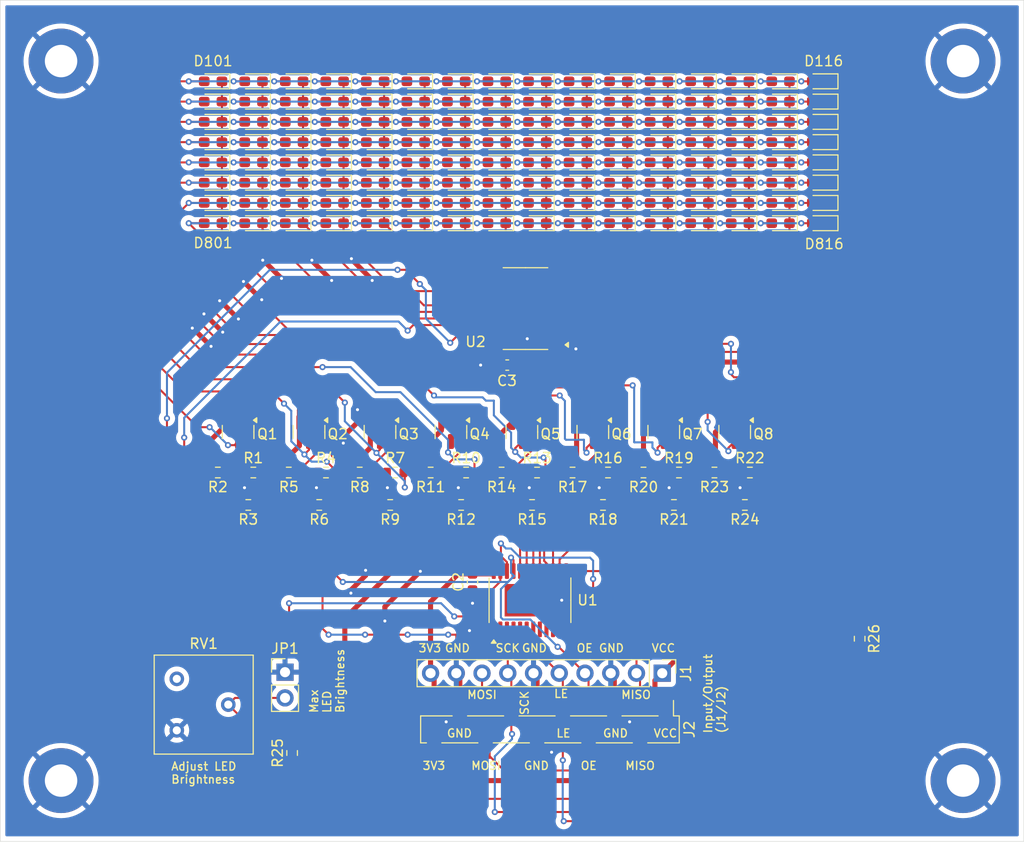
<source format=kicad_pcb>
(kicad_pcb (version 20240108) (generator "pcbnew") (generator_version "8.0")
  (title_block (title "STP16CP05 LED Matrix Driver 8x16 Breakout (0805 Metric)") (date "2024-11-25") (rev "v03"))
  (layers (0 "F.Cu" signal) (31 "B.Cu" signal) (34 "B.Paste" user) (35 "F.Paste" user) (36 "B.SilkS" user "B.Silkscreen") (37 "F.SilkS" user "F.Silkscreen") (38 "B.Mask" user) (39 "F.Mask" user) (44 "Edge.Cuts" user))
  (net 0 "")
  (net 1 "GND")
  (net 2 "+3V3")
  (net 3 "/ROW1")
  (net 4 "/COL1")
  (net 5 "/COL2")
  (net 6 "/COL3")
  (net 7 "/COL4")
  (net 8 "/COL5")
  (net 9 "/COL6")
  (net 10 "/COL7")
  (net 11 "/COL8")
  (net 12 "/COL9")
  (net 13 "/COL10")
  (net 14 "/COL11")
  (net 15 "/COL12")
  (net 16 "/COL13")
  (net 17 "/COL14")
  (net 18 "/COL15")
  (net 19 "/COL16")
  (net 20 "/ROW2")
  (net 21 "/ROW3")
  (net 22 "/ROW4")
  (net 23 "/ROW5")
  (net 24 "/ROW6")
  (net 25 "/ROW7")
  (net 26 "/ROW8")
  (net 27 "/SCK")
  (net 28 "/MISO")
  (net 29 "/OE")
  (net 30 "/LE")
  (net 31 "/MOSI")
  (net 32 "Net-(JP1-B)")
  (net 33 "Net-(Q1-G)")
  (net 34 "VCC")
  (net 35 "Net-(Q2-G)")
  (net 36 "Net-(Q3-G)")
  (net 37 "Net-(Q4-G)")
  (net 38 "Net-(Q5-G)")
  (net 39 "Net-(Q6-G)")
  (net 40 "Net-(Q7-G)")
  (net 41 "Net-(Q8-G)")
  (net 42 "/~{OUT15}")
  (net 43 "/~{OUT14}")
  (net 44 "/~{OUT13}")
  (net 45 "/~{OUT12}")
  (net 46 "/~{OUT11}")
  (net 47 "/~{OUT10}")
  (net 48 "/~{OUT9}")
  (net 49 "/~{OUT8}")
  (net 50 "/REXT1")
  (net 51 "/REXT2")
  (net 60 "Net-(U1-SDI)")
  (footprint "LED_SMD:LED_0603_1608Metric_Pad1.05x0.95mm_HandSolder" (layer "F.Cu") (at 160 62 180)
    (property "Reference" "D701" (hide yes))
    (property "Value" "LTST-C171KRKT" (hide yes))
  )
  (footprint "Package_TO_SOT_SMD:SOT-23" (layer "F.Cu") (at 183.469999 84.600001 -90)
    (property "Reference" "Q4")
    (property "Value" "DMP3125L-7")
  )
  (footprint "Resistor_SMD:R_0603_1608Metric" (layer "F.Cu") (at 223.8 105 -90)
    (property "Reference" "R26")
    (property "Value" "1K")
  )
  (footprint "LED_SMD:LED_0603_1608Metric_Pad1.05x0.95mm_HandSolder" (layer "F.Cu") (at 180 52 180)
    (property "Reference" "D206" (hide yes))
    (property "Value" "LTST-C171KRKT" (hide yes))
  )
  (footprint "LED_SMD:LED_0603_1608Metric_Pad1.05x0.95mm_HandSolder" (layer "F.Cu") (at 188 56 180)
    (property "Reference" "D408" (hide yes))
    (property "Value" "LTST-C171KRKT" (hide yes))
  )
  (footprint "LED_SMD:LED_0603_1608Metric_Pad1.05x0.95mm_HandSolder" (layer "F.Cu") (at 164 54 180)
    (property "Reference" "D302" (hide yes))
    (property "Value" "LTST-C171KRKT" (hide yes))
  )
  (footprint "LED_SMD:LED_0603_1608Metric_Pad1.05x0.95mm_HandSolder" (layer "F.Cu") (at 204 52 180)
    (property "Reference" "D212" (hide yes))
    (property "Value" "LTST-C171KRKT" (hide yes))
  )
  (footprint "Connector_PinHeader_2.54mm:PinHeader_1x10_P2.54mm_Vertical_SMD_Pin1Left" (layer "F.Cu") (at 193.239999 113.945 -90)
    (property "Reference" "J2")
    (property "Value" "(Input/Output) LED Matrix (SMD)")
  )
  (footprint "LED_SMD:LED_0603_1608Metric_Pad1.05x0.95mm_HandSolder" (layer "F.Cu") (at 180 56 180)
    (property "Reference" "D406" (hide yes))
    (property "Value" "LTST-C171KRKT" (hide yes))
  )
  (footprint "LED_SMD:LED_0603_1608Metric_Pad1.05x0.95mm_HandSolder" (layer "F.Cu") (at 204 54 180)
    (property "Reference" "D312" (hide yes))
    (property "Value" "LTST-C171KRKT" (hide yes))
  )
  (footprint "LED_SMD:LED_0603_1608Metric_Pad1.05x0.95mm_HandSolder" (layer "F.Cu") (at 200 58 180)
    (property "Reference" "D511" (hide yes))
    (property "Value" "LTST-C171KRKT" (hide yes))
  )
  (footprint "LED_SMD:LED_0603_1608Metric_Pad1.05x0.95mm_HandSolder" (layer "F.Cu") (at 216 50 180)
    (property "Reference" "D115" (hide yes))
    (property "Value" "LTST-C171KRKT" (hide yes))
  )
  (footprint "LED_SMD:LED_0603_1608Metric_Pad1.05x0.95mm_HandSolder" (layer "F.Cu") (at 216 52 180)
    (property "Reference" "D215" (hide yes))
    (property "Value" "LTST-C171KRKT" (hide yes))
  )
  (footprint "LED_SMD:LED_0603_1608Metric_Pad1.05x0.95mm_HandSolder" (layer "F.Cu") (at 160 56 180)
    (property "Reference" "D401" (hide yes))
    (property "Value" "LTST-C171KRKT" (hide yes))
  )
  (footprint "LED_SMD:LED_0603_1608Metric_Pad1.05x0.95mm_HandSolder" (layer "F.Cu") (at 200 54 180)
    (property "Reference" "D311" (hide yes))
    (property "Value" "LTST-C171KRKT" (hide yes))
  )
  (footprint "LED_SMD:LED_0603_1608Metric_Pad1.05x0.95mm_HandSolder" (layer "F.Cu") (at 196 64 180)
    (property "Reference" "D810" (hide yes))
    (property "Value" "LTST-C171KRKT" (hide yes))
  )
  (footprint "LED_SMD:LED_0603_1608Metric_Pad1.05x0.95mm_HandSolder" (layer "F.Cu") (at 212 52 180)
    (property "Reference" "D214" (hide yes))
    (property "Value" "LTST-C171KRKT" (hide yes))
  )
  (footprint "LED_SMD:LED_0603_1608Metric_Pad1.05x0.95mm_HandSolder" (layer "F.Cu") (at 176 60 180)
    (property "Reference" "D605" (hide yes))
    (property "Value" "LTST-C171KRKT" (hide yes))
  )
  (footprint "Resistor_SMD:R_0603_1608Metric" (layer "F.Cu") (at 184.475 91.8 180)
    (property "Reference" "R12")
    (property "Value" "10R")
  )
  (footprint "LED_SMD:LED_0603_1608Metric_Pad1.05x0.95mm_HandSolder" (layer "F.Cu") (at 184 50 180)
    (property "Reference" "D107" (hide yes))
    (property "Value" "LTST-C171KRKT" (hide yes))
  )
  (footprint "LED_SMD:LED_0603_1608Metric_Pad1.05x0.95mm_HandSolder" (layer "F.Cu") (at 160 58 180)
    (property "Reference" "D501" (hide yes))
    (property "Value" "LTST-C171KRKT" (hide yes))
  )
  (footprint "LED_SMD:LED_0603_1608Metric_Pad1.05x0.95mm_HandSolder" (layer "F.Cu") (at 208 54 180)
    (property "Reference" "D313" (hide yes))
    (property "Value" "LTST-C171KRKT" (hide yes))
  )
  (footprint "LED_SMD:LED_0603_1608Metric_Pad1.05x0.95mm_HandSolder" (layer "F.Cu") (at 208 64 180)
    (property "Reference" "D813" (hide yes))
    (property "Value" "LTST-C171KRKT" (hide yes))
  )
  (footprint "LED_SMD:LED_0603_1608Metric_Pad1.05x0.95mm_HandSolder" (layer "F.Cu") (at 172 54 180)
    (property "Reference" "D304" (hide yes))
    (property "Value" "LTST-C171KRKT" (hide yes))
  )
  (footprint "LED_SMD:LED_0603_1608Metric_Pad1.05x0.95mm_HandSolder" (layer "F.Cu") (at 220 58 180)
    (property "Reference" "D516" (hide yes))
    (property "Value" "LTST-C171KRKT" (hide yes))
  )
  (footprint "LED_SMD:LED_0603_1608Metric_Pad1.05x0.95mm_HandSolder" (layer "F.Cu") (at 172 56 180)
    (property "Reference" "D404" (hide yes))
    (property "Value" "LTST-C171KRKT" (hide yes))
  )
  (footprint "LED_SMD:LED_0603_1608Metric_Pad1.05x0.95mm_HandSolder" (layer "F.Cu") (at 212 56 180)
    (property "Reference" "D414" (hide yes))
    (property "Value" "LTST-C171KRKT" (hide yes))
  )
  (footprint "LED_SMD:LED_0603_1608Metric_Pad1.05x0.95mm_HandSolder" (layer "F.Cu") (at 184 52 180)
    (property "Reference" "D207" (hide yes))
    (property "Value" "LTST-C171KRKT" (hide yes))
  )
  (footprint "Resistor_SMD:R_0603_1608Metric" (layer "F.Cu") (at 170.475 91.8 180)
    (property "Reference" "R6")
    (property "Value" "10R")
  )
  (footprint "LED_SMD:LED_0603_1608Metric_Pad1.05x0.95mm_HandSolder" (layer "F.Cu") (at 196 60 180)
    (property "Reference" "D610" (hide yes))
    (property "Value" "LTST-C171KRKT" (hide yes))
  )
  (footprint "LED_SMD:LED_0603_1608Metric_Pad1.05x0.95mm_HandSolder" (layer "F.Cu") (at 176 54 180)
    (property "Reference" "D305" (hide yes))
    (property "Value" "LTST-C171KRKT" (hide yes))
  )
  (footprint "LED_SMD:LED_0603_1608Metric_Pad1.05x0.95mm_HandSolder" (layer "F.Cu") (at 216 62 180)
    (property "Reference" "D715" (hide yes))
    (property "Value" "LTST-C171KRKT" (hide yes))
  )
  (footprint "LED_SMD:LED_0603_1608Metric_Pad1.05x0.95mm_HandSolder" (layer "F.Cu") (at 172 64 180)
    (property "Reference" "D804" (hide yes))
    (property "Value" "LTST-C171KRKT" (hide yes))
  )
  (footprint "LED_SMD:LED_0603_1608Metric_Pad1.05x0.95mm_HandSolder" (layer "F.Cu") (at 196 52 180)
    (property "Reference" "D210" (hide yes))
    (property "Value" "LTST-C171KRKT" (hide yes))
  )
  (footprint "LED_SMD:LED_0603_1608Metric_Pad1.05x0.95mm_HandSolder" (layer "F.Cu") (at 176 58 180)
    (property "Reference" "D505" (hide yes))
    (property "Value" "LTST-C171KRKT" (hide yes))
  )
  (footprint "Resistor_SMD:R_0603_1608Metric" (layer "F.Cu") (at 160.469999 88.600001 180)
    (property "Reference" "R2")
    (property "Value" "1K")
  )
  (footprint "Package_TO_SOT_SMD:SOT-23" (layer "F.Cu") (at 162.469999 84.600001 -90)
    (property "Reference" "Q1")
    (property "Value" "DMP3125L-7")
  )
  (footprint "MountingHole:MountingHole_3.2mm_M3_Pad" (layer "F.Cu") (at 234 48)
    (property "Reference" "H2" (hide yes))
    (property "Value" "MountingHole_Pad" (hide yes))
  )
  (footprint "LED_SMD:LED_0603_1608Metric_Pad1.05x0.95mm_HandSolder" (layer "F.Cu") (at 196 58 180)
    (property "Reference" "D510" (hide yes))
    (property "Value" "LTST-C171KRKT" (hide yes))
  )
  (footprint "LED_SMD:LED_0603_1608Metric_Pad1.05x0.95mm_HandSolder" (layer "F.Cu") (at 160 50 180)
    (property "Reference" "D101")
    (property "Value" "LTST-C171KRKT" (hide yes))
  )
  (footprint "Resistor_SMD:R_0603_1608Metric" (layer "F.Cu") (at 177.969999 88.600001)
    (property "Reference" "R7")
    (property "Value" "5K1")
  )
  (footprint "Package_TO_SOT_SMD:SOT-23" (layer "F.Cu") (at 211.469999 84.600001 -90)
    (property "Reference" "Q8")
    (property "Value" "DMP3125L-7")
  )
  (footprint "LED_SMD:LED_0603_1608Metric_Pad1.05x0.95mm_HandSolder" (layer "F.Cu") (at 176 56 180)
    (property "Reference" "D405" (hide yes))
    (property "Value" "LTST-C171KRKT" (hide yes))
  )
  (footprint "LED_SMD:LED_0603_1608Metric_Pad1.05x0.95mm_HandSolder" (layer "F.Cu") (at 220 54 180)
    (property "Reference" "D316" (hide yes))
    (property "Value" "LTST-C171KRKT" (hide yes))
  )
  (footprint "Package_SO:HTSSOP-24-1EP_4.4x7.8mm_P0.65mm_EP3.2x5mm" (layer "F.Cu") (at 190.825 72.425 180)
    (property "Reference" "U2")
    (property "Value" "STP16CP05XT")
  )
  (footprint "Resistor_SMD:R_0603_1608Metric" (layer "F.Cu") (at 209.469999 88.6 180)
    (property "Reference" "R23")
    (property "Value" "1K")
  )
  (footprint "Resistor_SMD:R_0603_1608Metric" (layer "F.Cu") (at 191.475 91.8 180)
    (property "Reference" "R15")
    (property "Value" "10R")
  )
  (footprint "LED_SMD:LED_0603_1608Metric_Pad1.05x0.95mm_HandSolder" (layer "F.Cu") (at 220 62 180)
    (property "Reference" "D716" (hide yes))
    (property "Value" "LTST-C171KRKT" (hide yes))
  )
  (footprint "LED_SMD:LED_0603_1608Metric_Pad1.05x0.95mm_HandSolder" (layer "F.Cu") (at 208 62 180)
    (property "Reference" "D713" (hide yes))
    (property "Value" "LTST-C171KRKT" (hide yes))
  )
  (footprint "LED_SMD:LED_0603_1608Metric_Pad1.05x0.95mm_HandSolder" (layer "F.Cu") (at 192 52 180)
    (property "Reference" "D209" (hide yes))
    (property "Value" "LTST-C171KRKT" (hide yes))
  )
  (footprint "LED_SMD:LED_0603_1608Metric_Pad1.05x0.95mm_HandSolder" (layer "F.Cu") (at 180 60 180)
    (property "Reference" "D606" (hide yes))
    (property "Value" "LTST-C171KRKT" (hide yes))
  )
  (footprint "LED_SMD:LED_0603_1608Metric_Pad1.05x0.95mm_HandSolder" (layer "F.Cu") (at 220 56 180)
    (property "Reference" "D416" (hide yes))
    (property "Value" "LTST-C171KRKT" (hide yes))
  )
  (footprint "LED_SMD:LED_0603_1608Metric_Pad1.05x0.95mm_HandSolder" (layer "F.Cu") (at 188 52 180)
    (property "Reference" "D208" (hide yes))
    (property "Value" "LTST-C171KRKT" (hide yes))
  )
  (footprint "Package_TO_SOT_SMD:SOT-23" (layer "F.Cu") (at 176.469999 84.600001 -90)
    (property "Reference" "Q3")
    (property "Value" "DMP3125L-7")
  )
  (footprint "LED_SMD:LED_0603_1608Metric_Pad1.05x0.95mm_HandSolder" (layer "F.Cu") (at 172 58 180)
    (property "Reference" "D504" (hide yes))
    (property "Value" "LTST-C171KRKT" (hide yes))
  )
  (footprint "Resistor_SMD:R_0603_1608Metric" (layer "F.Cu") (at 198.475 91.8 180)
    (property "Reference" "R18")
    (property "Value" "10R")
  )
  (footprint "LED_SMD:LED_0603_1608Metric_Pad1.05x0.95mm_HandSolder" (layer "F.Cu") (at 196 54 180)
    (property "Reference" "D310" (hide yes))
    (property "Value" "LTST-C171KRKT" (hide yes))
  )
  (footprint "LED_SMD:LED_0603_1608Metric_Pad1.05x0.95mm_HandSolder" (layer "F.Cu") (at 192 58 180)
    (property "Reference" "D509" (hide yes))
    (property "Value" "LTST-C171KRKT" (hide yes))
  )
  (footprint "LED_SMD:LED_0603_1608Metric_Pad1.05x0.95mm_HandSolder" (layer "F.Cu") (at 196 56 180)
    (property "Reference" "D410" (hide yes))
    (property "Value" "LTST-C171KRKT" (hide yes))
  )
  (footprint "Resistor_SMD:R_0603_1608Metric" (layer "F.Cu") (at 205.475 91.8 180)
    (property "Reference" "R21")
    (property "Value" "10R")
  )
  (footprint "Resistor_SMD:R_0603_1608Metric" (layer "F.Cu") (at 191.969999 88.600001)
    (property "Reference" "R13")
    (property "Value" "5K1")
  )
  (footprint "LED_SMD:LED_0603_1608Metric_Pad1.05x0.95mm_HandSolder" (layer "F.Cu") (at 172 60 180)
    (property "Reference" "D604" (hide yes))
    (property "Value" "LTST-C171KRKT" (hide yes))
  )
  (footprint "LED_SMD:LED_0603_1608Metric_Pad1.05x0.95mm_HandSolder" (layer "F.Cu") (at 164 60 180)
    (property "Reference" "D602" (hide yes))
    (property "Value" "LTST-C171KRKT" (hide yes))
  )
  (footprint "LED_SMD:LED_0603_1608Metric_Pad1.05x0.95mm_HandSolder" (layer "F.Cu") (at 204 60 180)
    (property "Reference" "D612" (hide yes))
    (property "Value" "LTST-C171KRKT" (hide yes))
  )
  (footprint "LED_SMD:LED_0603_1608Metric_Pad1.05x0.95mm_HandSolder" (layer "F.Cu") (at 168 60 180)
    (property "Reference" "D603" (hide yes))
    (property "Value" "LTST-C171KRKT" (hide yes))
  )
  (footprint "Resistor_SMD:R_0603_1608Metric" (layer "F.Cu") (at 195.47 88.600001 180)
    (property "Reference" "R17")
    (property "Value" "1K")
  )
  (footprint "MountingHole:MountingHole_3.2mm_M3_Pad" (layer "F.Cu") (at 234 119)
    (property "Reference" "H4" (hide yes))
    (property "Value" "MountingHole_Pad" (hide yes))
  )
  (footprint "Resistor_SMD:R_0603_1608Metric" (layer "F.Cu") (at 177.475 91.8 180)
    (property "Reference" "R9")
    (property "Value" "10R")
  )
  (footprint "LED_SMD:LED_0603_1608Metric_Pad1.05x0.95mm_HandSolder" (layer "F.Cu") (at 200 52 180)
    (property "Reference" "D211" (hide yes))
    (property "Value" "LTST-C171KRKT" (hide yes))
  )
  (footprint "LED_SMD:LED_0603_1608Metric_Pad1.05x0.95mm_HandSolder" (layer "F.Cu") (at 160 52 180)
    (property "Reference" "D201" (hide yes))
    (property "Value" "LTST-C171KRKT" (hide yes))
  )
  (footprint "LED_SMD:LED_0603_1608Metric_Pad1.05x0.95mm_HandSolder" (layer "F.Cu") (at 220 64 180)
    (property "Reference" "D816")
    (property "Value" "LTST-C171KRKT" (hide yes))
  )
  (footprint "LED_SMD:LED_0603_1608Metric_Pad1.05x0.95mm_HandSolder" (layer "F.Cu") (at 184 58 180)
    (property "Reference" "D507" (hide yes))
    (property "Value" "LTST-C171KRKT" (hide yes))
  )
  (footprint "LED_SMD:LED_0603_1608Metric_Pad1.05x0.95mm_HandSolder" (layer "F.Cu") (at 188 58 180)
    (property "Reference" "D508" (hide yes))
    (property "Value" "LTST-C171KRKT" (hide yes))
  )
  (footprint "LED_SMD:LED_0603_1608Metric_Pad1.05x0.95mm_HandSolder" (layer "F.Cu") (at 204 58 180)
    (property "Reference" "D512" (hide yes))
    (property "Value" "LTST-C171KRKT" (hide yes))
  )
  (footprint "LED_SMD:LED_0603_1608Metric_Pad1.05x0.95mm_HandSolder" (layer "F.Cu") (at 164 64 180)
    (property "Reference" "D802" (hide yes))
    (property "Value" "LTST-C171KRKT" (hide yes))
  )
  (footprint "LED_SMD:LED_0603_1608Metric_Pad1.05x0.95mm_HandSolder" (layer "F.Cu") (at 176 50 180)
    (property "Reference" "D105" (hide yes))
    (property "Value" "LTST-C171KRKT" (hide yes))
  )
  (footprint "Resistor_SMD:R_0603_1608Metric" (layer "F.Cu") (at 212.475 91.8 180)
    (property "Reference" "R24")
    (property "Value" "10R")
  )
  (footprint "Connector_PinHeader_2.54mm:PinHeader_1x10_P2.54mm_Vertical" (layer "F.Cu") (at 204.32 108.4 -90)
    (property "Reference" "J1")
    (property "Value" "(Input/Output) LED Matrix 2.54mm Female")
  )
  (footprint "Package_TO_SOT_SMD:SOT-23" (layer "F.Cu") (at 197.469999 84.600001 -90)
    (property "Reference" "Q6")
    (property "Value" "DMP3125L-7")
  )
  (footprint "LED_SMD:LED_0603_1608Metric_Pad1.05x0.95mm_HandSolder" (layer "F.Cu") (at 196 62 180)
    (property "Reference" "D710" (hide yes))
    (property "Value" "LTST-C171KRKT" (hide yes))
  )
  (footprint "LED_SMD:LED_0603_1608Metric_Pad1.05x0.95mm_HandSolder" (layer "F.Cu") (at 204 62 180)
    (property "Reference" "D712" (hide yes))
    (property "Value" "LTST-C171KRKT" (hide yes))
  )
  (footprint "LED_SMD:LED_0603_1608Metric_Pad1.05x0.95mm_HandSolder" (layer "F.Cu") (at 164 50 180)
    (property "Reference" "D102" (hide yes))
    (property "Value" "LTST-C171KRKT" (hide yes))
  )
  (footprint "LED_SMD:LED_0603_1608Metric_Pad1.05x0.95mm_HandSolder" (layer "F.Cu") (at 192 62 180)
    (property "Reference" "D709" (hide yes))
    (property "Value" "LTST-C171KRKT" (hide yes))
  )
  (footprint "Resistor_SMD:R_0603_1608Metric" (layer "F.Cu") (at 184.969999 88.6)
    (property "Reference" "R10")
    (property "Value" "5K1")
  )
  (footprint "LED_SMD:LED_0603_1608Metric_Pad1.05x0.95mm_HandSolder" (layer "F.Cu") (at 200 64 180)
    (property "Reference" "D811" (hide yes))
    (property "Value" "LTST-C171KRKT" (hide yes))
  )
  (footprint "LED_SMD:LED_0603_1608Metric_Pad1.05x0.95mm_HandSolder" (layer "F.Cu") (at 200 62 180)
    (property "Reference" "D711" (hide yes))
    (property "Value" "LTST-C171KRKT" (hide yes))
  )
  (footprint "LED_SMD:LED_0603_1608Metric_Pad1.05x0.95mm_HandSolder" (layer "F.Cu") (at 180 50 180)
    (property "Reference" "D106" (hide yes))
    (property "Value" "LTST-C171KRKT" (hide yes))
  )
  (footprint "LED_SMD:LED_0603_1608Metric_Pad1.05x0.95mm_HandSolder" (layer "F.Cu") (at 220 60 180)
    (property "Reference" "D616" (hide yes))
    (property "Value" "LTST-C171KRKT" (hide yes))
  )
  (footprint "LED_SMD:LED_0603_1608Metric_Pad1.05x0.95mm_HandSolder" (layer "F.Cu") (at 176 62 180)
    (property "Reference" "D705" (hide yes))
    (property "Value" "LTST-C171KRKT" (hide yes))
  )
  (footprint "LED_SMD:LED_0603_1608Metric_Pad1.05x0.95mm_HandSolder" (layer "F.Cu") (at 212 60 180)
    (property "Reference" "D614" (hide yes))
    (property "Value" "LTST-C171KRKT" (hide yes))
  )
  (footprint "LED_SMD:LED_0603_1608Metric_Pad1.05x0.95mm_HandSolder" (layer "F.Cu") (at 188 60 180)
    (property "Reference" "D608" (hide yes))
    (property "Value" "LTST-C171KRKT" (hide yes))
  )
  (footprint "LED_SMD:LED_0603_1608Metric_Pad1.05x0.95mm_HandSolder" (layer "F.Cu") (at 180 54 180)
    (property "Reference" "D306" (hide yes))
    (property "Value" "LTST-C171KRKT" (hide yes))
  )
  (footprint "LED_SMD:LED_0603_1608Metric_Pad1.05x0.95mm_HandSolder" (layer "F.Cu") (at 208 60 180)
    (property "Reference" "D613" (hide yes))
    (property "Value" "LTST-C171KRKT" (hide yes))
  )
  (footprint "LED_SMD:LED_0603_1608Metric_Pad1.05x0.95mm_HandSolder" (layer "F.Cu") (at 204 64 180)
    (property "Reference" "D812" (hide yes))
    (property "Value" "LTST-C171KRKT" (hide yes))
  )
  (footprint "LED_SMD:LED_0603_1608Metric_Pad1.05x0.95mm_HandSolder" (layer "F.Cu") (at 208 52 180)
    (property "Reference" "D213" (hide yes))
    (property "Value" "LTST-C171KRKT" (hide yes))
  )
  (footprint "LED_SMD:LED_0603_1608Metric_Pad1.05x0.95mm_HandSolder" (layer "F.Cu") (at 204 50 180)
    (property "Reference" "D112" (hide yes))
    (property "Value" "LTST-C171KRKT" (hide yes))
  )
  (footprint "LED_SMD:LED_0603_1608Metric_Pad1.05x0.95mm_HandSolder" (layer "F.Cu") (at 200 50 180)
    (property "Reference" "D111" (hide yes))
    (property "Value" "LTST-C171KRKT" (hide yes))
  )
  (footprint "LED_SMD:LED_0603_1608Metric_Pad1.05x0.95mm_HandSolder" (layer "F.Cu") (at 164 58 180)
    (property "Reference" "D502" (hide yes))
    (property "Value" "LTST-C171KRKT" (hide yes))
  )
  (footprint "LED_SMD:LED_0603_1608Metric_Pad1.05x0.95mm_HandSolder" (layer "F.Cu") (at 216 64 180)
    (property "Reference" "D815" (hide yes))
    (property "Value" "LTST-C171KRKT" (hide yes))
  )
  (footprint "LED_SMD:LED_0603_1608Metric_Pad1.05x0.95mm_HandSolder" (layer "F.Cu") (at 200 56 180)
    (property "Reference" "D411" (hide yes))
    (property "Value" "LTST-C171KRKT" (hide yes))
  )
  (footprint "Resistor_SMD:R_0603_1608Metric" (layer "F.Cu") (at 167.8 116.275 90)
    (property "Reference" "R25")
    (property "Value" "1K")
  )
  (footprint "LED_SMD:LED_0603_1608Metric_Pad1.05x0.95mm_HandSolder" (layer "F.Cu") (at 180 58 180)
    (property "Reference" "D506" (hide yes))
    (property "Value" "LTST-C171KRKT" (hide yes))
  )
  (footprint "Resistor_SMD:R_0603_1608Metric" (layer "F.Cu") (at 181.469999 88.600001 180)
    (property "Reference" "R11")
    (property "Value" "1K")
  )
  (footprint "Resistor_SMD:R_0603_1608Metric" (layer "F.Cu") (at 188.469999 88.600001 180)
    (property "Reference" "R14")
    (property "Value" "1K")
  )
  (footprint "LED_SMD:LED_0603_1608Metric_Pad1.05x0.95mm_HandSolder" (layer "F.Cu") (at 212 54 180)
    (property "Reference" "D314" (hide yes))
    (property "Value" "LTST-C171KRKT" (hide yes))
  )
  (footprint "LED_SMD:LED_0603_1608Metric_Pad1.05x0.95mm_HandSolder" (layer "F.Cu") (at 200 60 180)
    (property "Reference" "D611" (hide yes))
    (property "Value" "LTST-C171KRKT" (hide yes))
  )
  (footprint "LED_SMD:LED_0603_1608Metric_Pad1.05x0.95mm_HandSolder" (layer "F.Cu") (at 164 62 180)
    (property "Reference" "D702" (hide yes))
    (property "Value" "LTST-C171KRKT" (hide yes))
  )
  (footprint "LED_SMD:LED_0603_1608Metric_Pad1.05x0.95mm_HandSolder" (layer "F.Cu") (at 216 56 180)
    (property "Reference" "D415" (hide yes))
    (property "Value" "LTST-C171KRKT" (hide yes))
  )
  (footprint "Resistor_SMD:R_0603_1608Metric" (layer "F.Cu") (at 202.469999 88.600001 180)
    (property "Reference" "R20")
    (property "Value" "1K")
  )
  (footprint "LED_SMD:LED_0603_1608Metric_Pad1.05x0.95mm_HandSolder" (layer "F.Cu") (at 212 62 180)
    (property "Reference" "D714" (hide yes))
    (property "Value" "LTST-C171KRKT" (hide yes))
  )
  (footprint "LED_SMD:LED_0603_1608Metric_Pad1.05x0.95mm_HandSolder" (layer "F.Cu") (at 184 54 180)
    (property "Reference" "D307" (hide yes))
    (property "Value" "LTST-C171KRKT" (hide yes))
  )
  (footprint "LED_SMD:LED_0603_1608Metric_Pad1.05x0.95mm_HandSolder" (layer "F.Cu") (at 216 60 180)
    (property "Reference" "D615" (hide yes))
    (property "Value" "LTST-C171KRKT" (hide yes))
  )
  (footprint "Package_SO:HTSSOP-24-1EP_4.4x7.8mm_P0.65mm_EP3.2x5mm" (layer "F.Cu") (at 191.269999 101.2 90)
    (property "Reference" "U1")
    (property "Value" "STP16CP05XT")
  )
  (footprint "LED_SMD:LED_0603_1608Metric_Pad1.05x0.95mm_HandSolder" (layer "F.Cu") (at 168 52 180)
    (property "Reference" "D203" (hide yes))
    (property "Value" "LTST-C171KRKT" (hide yes))
  )
  (footprint "Resistor_SMD:R_0603_1608Metric" (layer "F.Cu") (at 174.469999 88.600001 180)
    (property "Reference" "R8")
    (property "Value" "1K")
  )
  (footprint "LED_SMD:LED_0603_1608Metric_Pad1.05x0.95mm_HandSolder" (layer "F.Cu") (at 188 50 180)
    (property "Reference" "D108" (hide yes))
    (property "Value" "LTST-C171KRKT" (hide yes))
  )
  (footprint "Resistor_SMD:R_0603_1608Metric" (layer "F.Cu") (at 212.969999 88.600001)
    (property "Reference" "R22")
    (property "Value" "5K1")
  )
  (footprint "LED_SMD:LED_0603_1608Metric_Pad1.05x0.95mm_HandSolder" (layer "F.Cu") (at 216 54 180)
    (property "Reference" "D315" (hide yes))
    (property "Value" "LTST-C171KRKT" (hide yes))
  )
  (footprint "LED_SMD:LED_0603_1608Metric_Pad1.05x0.95mm_HandSolder" (layer "F.Cu") (at 168 54 180)
    (property "Reference" "D303" (hide yes))
    (property "Value" "LTST-C171KRKT" (hide yes))
  )
  (footprint "Resistor_SMD:R_0603_1608Metric" (layer "F.Cu") (at 163.475 91.8 180)
    (property "Reference" "R3")
    (property "Value" "10R")
  )
  (footprint "LED_SMD:LED_0603_1608Metric_Pad1.05x0.95mm_HandSolder" (layer "F.Cu") (at 192 56 180)
    (property "Reference" "D409" (hide yes))
    (property "Value" "LTST-C171KRKT" (hide yes))
  )
  (footprint "LED_SMD:LED_0603_1608Metric_Pad1.05x0.95mm_HandSolder" (layer "F.Cu") (at 176 64 180)
    (property "Reference" "D805" (hide yes))
    (property "Value" "LTST-C171KRKT" (hide yes))
  )
  (footprint "LED_SMD:LED_0603_1608Metric_Pad1.05x0.95mm_HandSolder" (layer "F.Cu") (at 160 54 180)
    (property "Reference" "D301" (hide yes))
    (property "Value" "LTST-C171KRKT" (hide yes))
  )
  (footprint "LED_SMD:LED_0603_1608Metric_Pad1.05x0.95mm_HandSolder" (layer "F.Cu") (at 192 50 180)
    (property "Reference" "D109" (hide yes))
    (property "Value" "LTST-C171KRKT" (hide yes))
  )
  (footprint "Resistor_SMD:R_0603_1608Metric" (layer "F.Cu") (at 167.469999 88.600001 180)
    (property "Reference" "R5")
    (property "Value" "1K")
  )
  (footprint "LED_SMD:LED_0603_1608Metric_Pad1.05x0.95mm_HandSolder" (layer "F.Cu") (at 184 62 180)
    (property "Reference" "D707" (hide yes))
    (property "Value" "LTST-C171KRKT" (hide yes))
  )
  (footprint "Potentiometer_THT:Potentiometer_Bourns_3386F_Vertical" (layer "F.Cu") (at 156.42 114.04)
    (property "Reference" "RV1")
    (property "Value" "2K2")
  )
  (footprint "LED_SMD:LED_0603_1608Metric_Pad1.05x0.95mm_HandSolder" (layer "F.Cu") (at 188 54 180)
    (property "Reference" "D308" (hide yes))
    (property "Value" "LTST-C171KRKT" (hide yes))
  )
  (footprint "LED_SMD:LED_0603_1608Metric_Pad1.05x0.95mm_HandSolder" (layer "F.Cu") (at 188 64 180)
    (property "Reference" "D808" (hide yes))
    (property "Value" "LTST-C171KRKT" (hide yes))
  )
  (footprint "Resistor_SMD:R_0603_1608Metric" (layer "F.Cu") (at 163.969999 88.600001)
    (property "Reference" "R1")
    (property "Value" "5K1")
  )
  (footprint "LED_SMD:LED_0603_1608Metric_Pad1.05x0.95mm_HandSolder" (layer "F.Cu") (at 192 60 180)
    (property "Reference" "D609" (hide yes))
    (property "Value" "LTST-C171KRKT" (hide yes))
  )
  (footprint "LED_SMD:LED_0603_1608Metric_Pad1.05x0.95mm_HandSolder" (layer "F.Cu") (at 212 58 180)
    (property "Reference" "D514" (hide yes))
    (property "Value" "LTST-C171KRKT" (hide yes))
  )
  (footprint "LED_SMD:LED_0603_1608Metric_Pad1.05x0.95mm_HandSolder" (layer "F.Cu") (at 184 64 180)
    (property "Reference" "D807" (hide yes))
    (property "Value" "LTST-C171KRKT" (hide yes))
  )
  (footprint "LED_SMD:LED_0603_1608Metric_Pad1.05x0.95mm_HandSolder" (layer "F.Cu") (at 184 60 180)
    (property "Reference" "D607" (hide yes))
    (property "Value" "LTST-C171KRKT" (hide yes))
  )
  (footprint "LED_SMD:LED_0603_1608Metric_Pad1.05x0.95mm_HandSolder" (layer "F.Cu") (at 176 52 180)
    (property "Reference" "D205" (hide yes))
    (property "Value" "LTST-C171KRKT" (hide yes))
  )
  (footprint "LED_SMD:LED_0603_1608Metric_Pad1.05x0.95mm_HandSolder" (layer "F.Cu") (at 164 52 180)
    (property "Reference" "D202" (hide yes))
    (property "Value" "LTST-C171KRKT" (hide yes))
  )
  (footprint "LED_SMD:LED_0603_1608Metric_Pad1.05x0.95mm_HandSolder" (layer "F.Cu") (at 164 56 180)
    (property "Reference" "D402" (hide yes))
    (property "Value" "LTST-C171KRKT" (hide yes))
  )
  (footprint "Resistor_SMD:R_0603_1608Metric" (layer "F.Cu") (at 205.969999 88.600001)
    (property "Reference" "R19")
    (property "Value" "5K1")
  )
  (footprint "LED_SMD:LED_0603_1608Metric_Pad1.05x0.95mm_HandSolder" (layer "F.Cu") (at 212 50 180)
    (property "Reference" "D114" (hide yes))
    (property "Value" "LTST-C171KRKT" (hide yes))
  )
  (footprint "Connector_PinHeader_2.54mm:PinHeader_1x02_P2.54mm_Vertical" (layer "F.Cu") (at 167.1 108.3)
    (property "Reference" "JP1")
    (property "Value" "Short RV1 (Open)")
  )
  (footprint "Capacitor_SMD:C_0603_1608Metric" (layer "F.Cu") (at 185.6 99.4 -90)
    (property "Reference" "C2")
    (property "Value" "100n")
  )
  (footprint "LED_SMD:LED_0603_1608Metric_Pad1.05x0.95mm_HandSolder" (layer "F.Cu") (at 192 54 180)
    (property "Reference" "D309" (hide yes))
    (property "Value" "LTST-C171KRKT" (hide yes))
  )
  (footprint "LED_SMD:LED_0603_1608Metric_Pad1.05x0.95mm_HandSolder" (layer "F.Cu") (at 192 64 180)
    (property "Reference" "D809" (hide yes))
    (property "Value" "LTST-C171KRKT" (hide yes))
  )
  (footprint "LED_SMD:LED_0603_1608Metric_Pad1.05x0.95mm_HandSolder" (layer "F.Cu") (at 160 64 180)
    (property "Reference" "D801")
    (property "Value" "LTST-C171KRKT" (hide yes))
  )
  (footprint "MountingHole:MountingHole_3.2mm_M3_Pad" (layer "F.Cu") (at 145 48)
    (property "Reference" "H1" (hide yes))
    (property "Value" "MountingHole_Pad" (hide yes))
  )
  (footprint "LED_SMD:LED_0603_1608Metric_Pad1.05x0.95mm_HandSolder" (layer "F.Cu") (at 208 56 180)
    (property "Reference" "D413" (hide yes))
    (property "Value" "LTST-C171KRKT" (hide yes))
  )
  (footprint "LED_SMD:LED_0603_1608Metric_Pad1.05x0.95mm_HandSolder" (layer "F.Cu") (at 168 64 180)
    (property "Reference" "D803" (hide yes))
    (property "Value" "LTST-C171KRKT" (hide yes))
  )
  (footprint "LED_SMD:LED_0603_1608Metric_Pad1.05x0.95mm_HandSolder" (layer "F.Cu") (at 208 58 180)
    (property "Reference" "D513" (hide yes))
    (property "Value" "LTST-C171KRKT" (hide yes))
  )
  (footprint "LED_SMD:LED_0603_1608Metric_Pad1.05x0.95mm_HandSolder" (layer "F.Cu") (at 168 62 180)
    (property "Reference" "D703" (hide yes))
    (property "Value" "LTST-C171KRKT" (hide yes))
  )
  (footprint "MountingHole:MountingHole_3.2mm_M3_Pad" (layer "F.Cu") (at 145 119)
    (property "Reference" "H3" (hide yes))
    (property "Value" "MountingHole_Pad" (hide yes))
  )
  (footprint "LED_SMD:LED_0603_1608Metric_Pad1.05x0.95mm_HandSolder" (layer "F.Cu") (at 180 62 180)
    (property "Reference" "D706" (hide yes))
    (property "Value" "LTST-C171KRKT" (hide yes))
  )
  (footprint "LED_SMD:LED_0603_1608Metric_Pad1.05x0.95mm_HandSolder" (layer "F.Cu") (at 160 60 180)
    (property "Reference" "D601" (hide yes))
    (property "Value" "LTST-C171KRKT" (hide yes))
  )
  (footprint "LED_SMD:LED_0603_1608Metric_Pad1.05x0.95mm_HandSolder" (layer "F.Cu") (at 188 62 180)
    (property "Reference" "D708" (hide yes))
    (property "Value" "LTST-C171KRKT" (hide yes))
  )
  (footprint "LED_SMD:LED_0603_1608Metric_Pad1.05x0.95mm_HandSolder" (layer "F.Cu") (at 216 58 180)
    (property "Reference" "D515" (hide yes))
    (property "Value" "LTST-C171KRKT" (hide yes))
  )
  (footprint "LED_SMD:LED_0603_1608Metric_Pad1.05x0.95mm_HandSolder" (layer "F.Cu") (at 172 62 180)
    (property "Reference" "D704" (hide yes))
    (property "Value" "LTST-C171KRKT" (hide yes))
  )
  (footprint "LED_SMD:LED_0603_1608Metric_Pad1.05x0.95mm_HandSolder" (layer "F.Cu") (at 180 64 180)
    (property "Reference" "D806" (hide yes))
    (property "Value" "LTST-C171KRKT" (hide yes))
  )
  (footprint "Resistor_SMD:R_0603_1608Metric" (layer "F.Cu") (at 171.14 88.600001)
    (property "Reference" "R4")
    (property "Value" "5K1")
  )
  (footprint "Package_TO_SOT_SMD:SOT-23" (layer "F.Cu") (at 204.469999 84.600001 -90)
    (property "Reference" "Q7")
    (property "Value" "DMP3125L-7")
  )
  (footprint "Resistor_SMD:R_0603_1608Metric" (layer "F.Cu") (at 198.969998 88.600001)
    (property "Reference" "R16")
    (property "Value" "5K1")
  )
  (footprint "LED_SMD:LED_0603_1608Metric_Pad1.05x0.95mm_HandSolder" (layer "F.Cu") (at 172 50 180)
    (property "Reference" "D104" (hide yes))
    (property "Value" "LTST-C171KRKT" (hide yes))
  )
  (footprint "LED_SMD:LED_0603_1608Metric_Pad1.05x0.95mm_HandSolder" (layer "F.Cu") (at 184 56 180)
    (property "Reference" "D407" (hide yes))
    (property "Value" "LTST-C171KRKT" (hide yes))
  )
  (footprint "LED_SMD:LED_0603_1608Metric_Pad1.05x0.95mm_HandSolder" (layer "F.Cu") (at 168 50 180)
    (property "Reference" "D103" (hide yes))
    (property "Value" "LTST-C171KRKT" (hide yes))
  )
  (footprint "LED_SMD:LED_0603_1608Metric_Pad1.05x0.95mm_HandSolder" (layer "F.Cu") (at 168 56 180)
    (property "Reference" "D403" (hide yes))
    (property "Value" "LTST-C171KRKT" (hide yes))
  )
  (footprint "LED_SMD:LED_0603_1608Metric_Pad1.05x0.95mm_HandSolder" (layer "F.Cu") (at 220 50 180)
    (property "Reference" "D116")
    (property "Value" "LTST-C171KRKT" (hide yes))
  )
  (footprint "LED_SMD:LED_0603_1608Metric_Pad1.05x0.95mm_HandSolder" (layer "F.Cu") (at 220 52 180)
    (property "Reference" "D216" (hide yes))
    (property "Value" "LTST-C171KRKT" (hide yes))
  )
  (footprint "LED_SMD:LED_0603_1608Metric_Pad1.05x0.95mm_HandSolder" (layer "F.Cu") (at 172 52 180)
    (property "Reference" "D204" (hide yes))
    (property "Value" "LTST-C171KRKT" (hide yes))
  )
  (footprint "LED_SMD:LED_0603_1608Metric_Pad1.05x0.95mm_HandSolder" (layer "F.Cu") (at 204 56 180)
    (property "Reference" "D412" (hide yes))
    (property "Value" "LTST-C171KRKT" (hide yes))
  )
  (footprint "LED_SMD:LED_0603_1608Metric_Pad1.05x0.95mm_HandSolder" (layer "F.Cu") (at 208 50 180)
    (property "Reference" "D113" (hide yes))
    (property "Value" "LTST-C171KRKT" (hide yes))
  )
  (footprint "Package_TO_SOT_SMD:SOT-23" (layer "F.Cu") (at 169.469999 84.600001 -90)
    (property "Reference" "Q2")
    (property "Value" "DMP3125L-7")
  )
  (footprint "LED_SMD:LED_0603_1608Metric_Pad1.05x0.95mm_HandSolder" (layer "F.Cu") (at 168 58 180)
    (property "Reference" "D503" (hide yes))
    (property "Value" "LTST-C171KRKT" (hide yes))
  )
  (footprint "Capacitor_SMD:C_0603_1608Metric" (layer "F.Cu") (at 189.025 78 180)
    (property "Reference" "C3")
    (property "Value" "100n")
  )
  (footprint "LED_SMD:LED_0603_1608Metric_Pad1.05x0.95mm_HandSolder" (layer "F.Cu") (at 196 50 180)
    (property "Reference" "D110" (hide yes))
    (property "Value" "LTST-C171KRKT" (hide yes))
  )
  (footprint "Package_TO_SOT_SMD:SOT-23" (layer "F.Cu") (at 190.469999 84.600001 -90)
    (property "Reference" "Q5")
    (property "Value" "DMP3125L-7")
  )
  (footprint "LED_SMD:LED_0603_1608Metric_Pad1.05x0.95mm_HandSolder" (layer "F.Cu") (at 212 64 180)
    (property "Reference" "D814" (hide yes))
    (property "Value" "LTST-C171KRKT" (hide yes))
  )
  (gr_rect (start 139 42) (end 240 125) (stroke (width 0.05)) (fill none) (layer "Edge.Cuts"))
  (gr_text "MOSI" (at 185.4 118 0) (layer "F.SilkS") (effects (font (size 0.8 0.8) (thickness 0.135)) (justify left bottom)))
  (gr_text "MISO" (at 200.6 118 0) (layer "F.SilkS") (effects (font (size 0.8 0.8) (thickness 0.135)) (justify left bottom)))
  (gr_text "GND" (at 190.4 106.4 0) (layer "F.SilkS") (effects (font (size 0.8 0.8) (thickness 0.135)) (justify left bottom)))
  (gr_text "SCK" (at 191.2 112.6 90) (layer "F.SilkS") (effects (font (size 0.8 0.8) (thickness 0.135)) (justify left bottom)))
  (gr_text "LE" (at 193.8 114.8 0) (layer "F.SilkS") (effects (font (size 0.8 0.8) (thickness 0.135)) (justify left bottom)))
  (gr_text "Adjust LED\nBrightness" (at 155.8 119.35 0) (layer "F.SilkS") (effects (font (size 0.8 0.8) (thickness 0.135)) (justify left bottom)))
  (gr_text "GND" (at 198.4 114.8 0) (layer "F.SilkS") (effects (font (size 0.8 0.8) (thickness 0.135)) (justify left bottom)))
  (gr_text "LE" (at 193.573194 110.898287 0) (layer "F.SilkS") (effects (font (size 0.8 0.8) (thickness 0.135)) (justify left bottom)))
  (gr_text "GND" (at 190.6 118 0) (layer "F.SilkS") (effects (font (size 0.8 0.8) (thickness 0.135)) (justify left bottom)))
  (gr_text "Input/Output\n(J1/J2)" (at 210.6 114.4 90) (layer "F.SilkS") (effects (font (size 0.8 0.8) (thickness 0.14) (bold yes)) (justify left bottom)))
  (gr_text "3V3" (at 180.6 118 0) (layer "F.SilkS") (effects (font (size 0.8 0.8) (thickness 0.135)) (justify left bottom)))
  (gr_text "GND" (at 183 114.8 0) (layer "F.SilkS") (effects (font (size 0.8 0.8) (thickness 0.135)) (justify left bottom)))
  (gr_text "SCK" (at 187.8 106.4 0) (layer "F.SilkS") (effects (font (size 0.8 0.8) (thickness 0.135)) (justify left bottom)))
  (gr_text "GND" (at 182.8 106.4 0) (layer "F.SilkS") (effects (font (size 0.8 0.8) (thickness 0.135)) (justify left bottom)))
  (gr_text "VCC" (at 203.4 114.8 0) (layer "F.SilkS") (effects (font (size 0.8 0.8) (thickness 0.135)) (justify left bottom)))
  (gr_text "MOSI" (at 185 111 0) (layer "F.SilkS") (effects (font (size 0.8 0.8) (thickness 0.135)) (justify left bottom)))
  (gr_text "GND" (at 198 106.4 0) (layer "F.SilkS") (effects (font (size 0.8 0.8) (thickness 0.135)) (justify left bottom)))
  (gr_text "OE" (at 196.2 118 0) (layer "F.SilkS") (effects (font (size 0.8 0.8) (thickness 0.135)) (justify left bottom)))
  (gr_text "VCC" (at 203.2 106.4 0) (layer "F.SilkS") (effects (font (size 0.8 0.8) (thickness 0.135)) (justify left bottom)))
  (gr_text "MISO" (at 200.2 111 0) (layer "F.SilkS") (effects (font (size 0.8 0.8) (thickness 0.135)) (justify left bottom)))
  (gr_text "3V3" (at 180.2 106.4 0) (layer "F.SilkS") (effects (font (size 0.8 0.8) (thickness 0.135)) (justify left bottom)))
  (gr_text "OE" (at 195.8 106.4 0) (layer "F.SilkS") (effects (font (size 0.8 0.8) (thickness 0.135)) (justify left bottom)))
  (gr_text "Max\nLED\nBrightness" (at 173 112.4 90) (layer "F.SilkS") (effects (font (size 0.8 0.8) (thickness 0.135)) (justify left bottom)))
  (segment (start 173.6 100.2) (end 175.05 98.75) (width 0.5) (layer "F.Cu") (net 1))
  (segment (start 163 69.75) (end 164.8 71.55) (width 0.5) (layer "F.Cu") (net 1))
  (segment (start 191.144999 90.044999) (end 191.2 90.1) (width 0.5) (layer "F.Cu") (net 1))
  (segment (start 183.439999 113.2) (end 184.349999 112.29) (width 0.5) (layer "F.Cu") (net 1))
  (segment (start 174.25 82.4) (end 174.25 83.65) (width 0.5) (layer "F.Cu") (net 1))
  (segment (start 170.315 88.600001) (end 170.315 89.985) (width 0.5) (layer "F.Cu") (net 1))
  (segment (start 201.1 113.2) (end 200.499999 113.2) (width 0.5) (layer "F.Cu") (net 1))
  (segment (start 172.85 85.05) (end 172.85 85.7) (width 0.5) (layer "F.Cu") (net 1))
  (segment (start 176.95 101.85) (end 176.95 103.25) (width 0.5) (layer "F.Cu") (net 1))
  (segment (start 184.349999 108.749999) (end 184 108.4) (width 0.5) (layer "F.Cu") (net 1))
  (segment (start 212 90.1) (end 212 88.745) (width 0.5) (layer "F.Cu") (net 1))
  (segment (start 195.8 76.4) (end 195.4 76) (width 0.5) (layer "F.Cu") (net 1))
  (segment (start 173.6 100.5) (end 173.6 100.2) (width 0.5) (layer "F.Cu") (net 1))
  (segment (start 191.969999 108.749999) (end 191.62 108.4) (width 0.5) (layer "F.Cu") (net 1))
  (segment (start 158 74.35) (end 159.8 76.15) (width 0.5) (layer "F.Cu") (net 1))
  (segment (start 205.144999 89.955001) (end 205 90.1) (width 0.5) (layer "F.Cu") (net 1))
  (segment (start 175.05 98.75) (end 175.05 98.25) (width 0.5) (layer "F.Cu") (net 1))
  (segment (start 191 72.6) (end 190.825 72.425) (width 0.5) (layer "F.Cu") (net 1))
  (segment (start 191.144999 88.600001) (end 191.144999 90.044999) (width 0.5) (layer "F.Cu") (net 1))
  (segment (start 183 113.2) (end 183.439999 113.2) (width 0.5) (layer "F.Cu") (net 1))
  (segment (start 205.144999 88.600001) (end 205.144999 89.955001) (width 0.5) (layer "F.Cu") (net 1))
  (segment (start 184.144999 89.944999) (end 184.144999 88.6) (width 0.5) (layer "F.Cu") (net 1))
  (segment (start 163.1 88.645) (end 163.144999 88.600001) (width 0.5) (layer "F.Cu") (net 1))
  (segment (start 185.3 104.2) (end 187.569999 104.2) (width 0.5) (layer "F.Cu") (net 1))
  (segment (start 212 88.745) (end 212.144999 88.600001) (width 0.5) (layer "F.Cu") (net 1))
  (segment (start 184.349999 112.29) (end 184.349999 108.749999) (width 0.5) (layer "F.Cu") (net 1))
  (segment (start 185.6 100.175) (end 185.6 101.5) (width 0.5) (layer "F.Cu") (net 1))
  (segment (start 159.15 72.95) (end 160.95 74.75) (width 0.5) (layer "F.Cu") (net 1))
  (segment (start 174.25 83.65) (end 172.85 85.05) (width 0.5) (layer "F.Cu") (net 1))
  (segment (start 164.95 67.65) (end 166.75 69.45) (width 0.5) (layer "F.Cu") (net 1))
  (segment (start 171.7 69.65) (end 169.75 67.7) (width 0.5) (layer "F.Cu") (net 1))
  (segment (start 187.569999 104.2) (end 187.694999 104.075) (width 0.5) (layer "F.Cu") (net 1))
  (segment (start 195.4 76) (end 193.7 76) (width 0.5) (layer "F.Cu") (net 1))
  (segment (start 163.1 90.1) (end 163.1 88.645) (width 0.5) (layer "F.Cu") (net 1))
  (segment (start 175.7 69.6) (end 173.65 67.55) (width 0.5) (layer "F.Cu") (net 1))
  (segment (start 194.4 101.2) (end 191.269999 101.2) (width 0.5) (layer "F.Cu") (net 1))
  (segment (start 191 75.4) (end 191 72.6) (width 0.5) (layer "F.Cu") (net 1))
  (segment (start 199.589999 108.749998) (end 199.240001 108.4) (width 0.5) (layer "F.Cu") (net 1))
  (segment (start 160.7 71.65) (end 162.5 73.45) (width 0.5) (layer "F.Cu") (net 1))
  (segment (start 193.4 116.2) (end 192.569999 116.2) (width 0.5) (layer "F.Cu") (net 1))
  (segment (start 198.144998 90.055002) (end 198.1 90.1) (width 0.5) (layer "F.Cu") (net 1))
  (segment (start 184.2 90) (end 184.144999 89.944999) (width 0.5) (layer "F.Cu") (net 1))
  (segment (start 177.144999 90.044999) (end 177.144999 88.600001) (width 0.5) (layer "F.Cu") (net 1))
  (segment (start 188.25 78) (end 186.4 78) (width 0.5) (layer "F.Cu") (net 1))
  (segment (start 169.75 67.7) (end 169.75 67.65) (width 0.5) (layer "F.Cu") (net 1))
  (segment (start 177.2 90.1) (end 177.144999 90.044999) (width 0.5) (layer "F.Cu") (net 1))
  (segment (start 192.569999 116.2) (end 191.969999 115.6) (width 0.5) (layer "F.Cu") (net 1))
  (segment (start 199.589999 112.29) (end 199.589999 108.749998) (width 0.5) (layer "F.Cu") (net 1))
  (segment (start 180.45 98.35) (end 176.95 101.85) (width 0.5) (layer "F.Cu") (net 1))
  (segment (start 198.144998 88.600001) (end 198.144998 90.055002) (width 0.5) (layer "F.Cu") (net 1))
  (segment (start 170.315 89.985) (end 170.2 90.1) (width 0.5) (layer "F.Cu") (net 1))
  (segment (start 191.969999 115.6) (end 191.969999 108.749999) (width 0.5) (layer "F.Cu") (net 1))
  (segment (start 200.499999 113.2) (end 199.589999 112.29) (width 0.5) (layer "F.Cu") (net 1))
  (via (at 195.8 76.4) (size 0.6) (drill 0.3) (layers "F.Cu" "B.Cu") (net 1))
  (via (at 169.75 67.65) (size 0.6) (drill 0.3) (layers "F.Cu" "B.Cu") (net 1))
  (via (at 183 113.2) (size 0.6) (drill 0.3) (layers "F.Cu" "B.Cu") (net 1))
  (via (at 174.25 82.4) (size 0.6) (drill 0.3) (layers "F.Cu" "B.Cu") (net 1))
  (via (at 185.6 101.5) (size 0.6) (drill 0.3) (layers "F.Cu" "B.Cu") (net 1))
  (via (at 163.1 90.1) (size 0.6) (drill 0.3) (layers "F.Cu" "B.Cu") (net 1))
  (via (at 205 90.1) (size 0.6) (drill 0.3) (layers "F.Cu" "B.Cu") (net 1))
  (via (at 163 69.75) (size 0.6) (drill 0.3) (layers "F.Cu" "B.Cu") (net 1))
  (via (at 160.95 74.75) (size 0.6) (drill 0.3) (layers "F.Cu" "B.Cu") (net 1))
  (via (at 173.65 67.5) (size 0.6) (drill 0.3) (layers "F.Cu" "B.Cu") (net 1))
  (via (at 171.7 69.65) (size 0.6) (drill 0.3) (layers "F.Cu" "B.Cu") (net 1))
  (via (at 201.1 113.2) (size 0.6) (drill 0.3) (layers "F.Cu" "B.Cu") (net 1))
  (via (at 193.4 116.2) (size 0.6) (drill 0.3) (layers "F.Cu" "B.Cu") (net 1))
  (via (at 212 90.1) (size 0.6) (drill 0.3) (layers "F.Cu" "B.Cu") (net 1))
  (via (at 164.8 71.55) (size 0.6) (drill 0.3) (layers "F.Cu" "B.Cu") (net 1))
  (via (at 166.75 69.45) (size 0.6) (drill 0.3) (layers "F.Cu" "B.Cu") (net 1))
  (via (at 157.95 74.35) (size 0.6) (drill 0.3) (layers "F.Cu" "B.Cu") (net 1))
  (via (at 185.3 104.2) (size 0.6) (drill 0.3) (layers "F.Cu" "B.Cu") (net 1))
  (via (at 172.85 85.7) (size 0.6) (drill 0.3) (layers "F.Cu" "B.Cu") (net 1))
  (via (at 191.2 90.1) (size 0.6) (drill 0.3) (layers "F.Cu" "B.Cu") (net 1))
  (via (at 159.1 72.95) (size 0.6) (drill 0.3) (layers "F.Cu" "B.Cu") (net 1))
  (via (at 159.8 76.15) (size 0.6) (drill 0.3) (layers "F.Cu" "B.Cu") (net 1))
  (via (at 184.2 90.1) (size 0.6) (drill 0.3) (layers "F.Cu" "B.Cu") (net 1))
  (via (at 177.2 90.1) (size 0.6) (drill 0.3) (layers "F.Cu" "B.Cu") (net 1))
  (via (at 176.95 103.25) (size 0.6) (drill 0.3) (layers "F.Cu" "B.Cu") (net 1))
  (via (at 173.6 100.5) (size 0.6) (drill 0.3) (layers "F.Cu" "B.Cu") (net 1))
  (via (at 194.4 101.2) (size 0.6) (drill 0.3) (layers "F.Cu" "B.Cu") (net 1))
  (via (at 162.5 73.45) (size 0.6) (drill 0.3) (layers "F.Cu" "B.Cu") (net 1))
  (via (at 186.4 78) (size 0.6) (drill 0.3) (layers "F.Cu" "B.Cu") (net 1))
  (via (at 160.65 71.65) (size 0.6) (drill 0.3) (layers "F.Cu" "B.Cu") (net 1))
  (via (at 191 75.4) (size 0.6) (drill 0.3) (layers "F.Cu" "B.Cu") (net 1))
  (via (at 164.9 67.65) (size 0.6) (drill 0.3) (layers "F.Cu" "B.Cu") (net 1))
  (via (at 198.1 90.1) (size 0.6) (drill 0.3) (layers "F.Cu" "B.Cu") (net 1))
  (via (at 175.7 69.65) (size 0.6) (drill 0.3) (layers "F.Cu" "B.Cu") (net 1))
  (via (at 170.2 90.1) (size 0.6) (drill 0.3) (layers "F.Cu" "B.Cu") (net 1))
  (via (at 175.05 98.25) (size 0.6) (drill 0.3) (layers "F.Cu" "B.Cu") (net 1))
  (via (at 180.45 98.35) (size 0.6) (drill 0.3) (layers "F.Cu" "B.Cu") (net 1))
  (segment (start 187.419999 98.6) (end 187.694999 98.325) (width 0.5) (layer "F.Cu") (net 2))
  (segment (start 181.809999 115.6) (end 181.809999 108.749999) (width 0.5) (layer "F.Cu") (net 2))
  (segment (start 181.46 108.4) (end 181.46 101.34) (width 0.5) (layer "F.Cu") (net 2))
  (segment (start 173 103) (end 173 119) (width 0.5) (layer "F.Cu") (net 2))
  (segment (start 184.2 98.6) (end 187.419999 98.6) (width 0.5) (layer "F.Cu") (net 2))
  (segment (start 219 119) (end 219 102) (width 0.5) (layer "F.Cu") (net 2))
  (segment (start 216.4 77.7) (end 205.2 77.7) (width 0.5) (layer "F.Cu") (net 2))
  (segment (start 224 85.3) (end 216.4 77.7) (width 0.5) (layer "F.Cu") (net 2))
  (segment (start 205.2 77.7) (end 204.9 78) (width 0.5) (layer "F.Cu") (net 2))
  (segment (start 224 97) (end 224 85.3) (width 0.5) (layer "F.Cu") (net 2))
  (segment (start 186.3 95.7) (end 180.3 95.7) (width 0.5) (layer "F.Cu") (net 2))
  (segment (start 181.46 101.34) (end 184.2 98.6) (width 0.5) (layer "F.Cu") (net 2))
  (segment (start 204.9 78) (end 189.95 78) (width 0.5) (layer "F.Cu") (net 2))
  (segment (start 180.3 95.7) (end 173 103) (width 0.5) (layer "F.Cu") (net 2))
  (segment (start 219 102) (end 224 97) (width 0.5) (layer "F.Cu") (net 2))
  (segment (start 181.809999 108.749999) (end 181.46 108.4) (width 0.5) (layer "F.Cu") (net 2))
  (segment (start 187.694999 98.325) (end 187.694999 97.094999) (width 0.5) (layer "F.Cu") (net 2))
  (segment (start 173 119) (end 219 119) (width 0.5) (layer "F.Cu") (net 2))
  (segment (start 189.95 78) (end 187.95 76) (width 0.5) (layer "F.Cu") (net 2))
  (segment (start 187.694999 97.094999) (end 186.3 95.7) (width 0.5) (layer "F.Cu") (net 2))
  (segment (start 218.04165 50) (end 219.125001 50) (width 0.2) (layer "F.Cu") (net 3))
  (segment (start 147.45 54.55) (end 152 50) (width 0.2) (layer "F.Cu") (net 3))
  (segment (start 163.8046 82.4738) (end 162.9918 82.4738) (width 0.2) (layer "F.Cu") (net 3))
  (segment (start 166.028747 50) (end 167.125001 50) (width 0.2) (layer "F.Cu") (net 3))
  (segment (start 178.037309 50) (end 179.125001 50) (width 0.2) (layer "F.Cu") (net 3))
  (segment (start 158.477439 84.127439) (end 147.45 73.1) (width 0.2) (layer "F.Cu") (net 3))
  (segment (start 162.1075 85.900001) (end 162.469999 85.537502) (width 0.2) (layer "F.Cu") (net 3))
  (segment (start 164.794999 88.600001) (end 164.794999 83.464199) (width 0.2) (layer "F.Cu") (net 3))
  (segment (start 152 50) (end 157.6 50) (width 0.2) (layer "F.Cu") (net 3))
  (segment (start 174.034455 50) (end 175.125001 50) (width 0.2) (layer "F.Cu") (net 3))
  (segment (start 191.119913 50.005088) (end 191.125001 50) (width 0.2) (layer "F.Cu") (net 3))
  (segment (start 206.033083 50) (end 207.125001 50) (width 0.2) (layer "F.Cu") (net 3))
  (segment (start 214.038791 50) (end 215.125001 50) (width 0.2) (layer "F.Cu") (net 3))
  (segment (start 202.030229 50) (end 203.125001 50) (width 0.2) (layer "F.Cu") (net 3))
  (segment (start 159.656618 84.127439) (end 158.477439 84.127439) (width 0.2) (layer "F.Cu") (net 3))
  (segment (start 164.794999 83.464199) (end 163.8046 82.4738) (width 0.2) (layer "F.Cu") (net 3))
  (segment (start 186.043017 50) (end 187.125001 50) (width 0.2) (layer "F.Cu") (net 3))
  (segment (start 190.021667 50.005088) (end 191.119913 50.005088) (width 0.2) (layer "F.Cu") (net 3))
  (segment (start 210.035937 50) (end 211.125001 50) (width 0.2) (layer "F.Cu") (net 3))
  (segment (start 162.9918 82.4738) (end 162.469999 82.995601) (width 0.2) (layer "F.Cu") (net 3))
  (segment (start 162.469999 82.995601) (end 162.469999 85.537502) (width 0.2) (layer "F.Cu") (net 3))
  (segment (start 157.6 50) (end 159.125001 50) (width 0.2) (layer "F.Cu") (net 3))
  (segment (start 161.469999 85.900002) (end 162.1075 85.900001) (width 0.2) (layer "F.Cu") (net 3))
  (segment (start 170.031601 50) (end 171.125001 50) (width 0.2) (layer "F.Cu") (net 3))
  (segment (start 198.027375 50) (end 199.125001 50) (width 0.2) (layer "F.Cu") (net 3))
  (segment (start 182.040163 50) (end 183.125001 50) (width 0.2) (layer "F.Cu") (net 3))
  (segment (start 194.024521 50) (end 195.125001 50) (width 0.2) (layer "F.Cu") (net 3))
  (segment (start 147.45 73.1) (end 147.45 54.55) (width 0.2) (layer "F.Cu") (net 3))
  (segment (start 162.025893 50) (end 163.125001 50) (width 0.2) (layer "F.Cu") (net 3))
  (via (at 202.030229 50) (size 0.6) (drill 0.3) (layers "F.Cu" "B.Cu") (net 3))
  (via (at 190.021667 50.005088) (size 0.6) (drill 0.3) (layers "F.Cu" "B.Cu") (net 3))
  (via (at 210.035937 50) (size 0.6) (drill 0.3) (layers "F.Cu" "B.Cu") (net 3))
  (via (at 174.034455 50) (size 0.6) (drill 0.3) (layers "F.Cu" "B.Cu") (net 3))
  (via (at 198.027375 50) (size 0.6) (drill 0.3) (layers "F.Cu" "B.Cu") (net 3))
  (via (at 206.033083 50) (size 0.6) (drill 0.3) (layers "F.Cu" "B.Cu") (net 3))
  (via (at 186.043017 50) (size 0.6) (drill 0.3) (layers "F.Cu" "B.Cu") (net 3))
  (via (at 157.6 50) (size 0.6) (drill 0.3) (layers "F.Cu" "B.Cu") (net 3))
  (via (at 194.024521 50) (size 0.6) (drill 0.3) (layers "F.Cu" "B.Cu") (net 3))
  (via (at 218.04165 50) (size 0.6) (drill 0.3) (layers "F.Cu" "B.Cu") (net 3))
  (via (at 162.025893 50) (size 0.6) (drill 0.3) (layers "F.Cu" "B.Cu") (net 3))
  (via (at 166.028747 50) (size 0.6) (drill 0.3) (layers "F.Cu" "B.Cu") (net 3))
  (via (at 182.040163 50) (size 0.6) (drill 0.3) (layers "F.Cu" "B.Cu") (net 3))
  (via (at 178.037309 50) (size 0.6) (drill 0.3) (layers "F.Cu" "B.Cu") (net 3))
  (via (at 159.656618 84.127439) (size 0.6) (drill 0.3) (layers "F.Cu" "B.Cu") (net 3))
  (via (at 161.469999 85.900002) (size 0.6) (drill 0.3) (layers "F.Cu" "B.Cu") (net 3))
  (via (at 170.031601 50) (size 0.6) (drill 0.3) (layers "F.Cu" "B.Cu") (net 3))
  (via (at 214.038791 50) (size 0.6) (drill 0.3) (layers "F.Cu" "B.Cu") (net 3))
  (segment (start 159.697436 84.127439) (end 161.469999 85.900002) (width 0.2) (layer "B.Cu") (net 3))
  (segment (start 157.6 50) (end 218.04165 50) (width 0.2) (layer "B.Cu") (net 3))
  (segment (start 159.656618 84.127439) (end 159.697436 84.127439) (width 0.2) (layer "B.Cu") (net 3))
  (segment (start 187.95 73.4) (end 179.7 73.4) (width 0.2) (layer "F.Cu") (net 4))
  (segment (start 160.874999 50) (end 160.874999 65.474999) (width 0.2) (layer "F.Cu") (net 4))
  (segment (start 160.874999 65.474999) (end 168.2 72.8) (width 0.2) (layer "F.Cu") (net 4))
  (segment (start 179.1 72.8) (end 168.2 72.8) (width 0.2) (layer "F.Cu") (net 4))
  (segment (start 179.7 73.4) (end 179.1 72.8) (width 0.2) (layer "F.Cu") (net 4))
  (segment (start 172.3 72) (end 164.874999 64.574999) (width 0.2) (layer "F.Cu") (net 5))
  (segment (start 164.874999 63.694781) (end 164.874999 50) (width 0.2) (layer "F.Cu") (net 5))
  (segment (start 164.874999 64.574999) (end 164.874999 64) (width 0.2) (layer "F.Cu") (net 5))
  (segment (start 179.5 72) (end 172.3 72) (width 0.2) (layer "F.Cu") (net 5))
  (segment (start 180.25 72.75) (end 179.5 72) (width 0.2) (layer "F.Cu") (net 5))
  (segment (start 187.95 72.75) (end 180.25 72.75) (width 0.2) (layer "F.Cu") (net 5))
  (segment (start 187.95 72.1) (end 180.8 72.1) (width 0.2) (layer "F.Cu") (net 6))
  (segment (start 180 71.3) (end 176.174999 71.3) (width 0.2) (layer "F.Cu") (net 6))
  (segment (start 168.874999 50) (end 168.874999 64.174999) (width 0.2) (layer "F.Cu") (net 6))
  (segment (start 176.174999 71.3) (end 168.874999 64) (width 0.2) (layer "F.Cu") (net 6))
  (segment (start 180.8 72.1) (end 180 71.3) (width 0.2) (layer "F.Cu") (net 6))
  (segment (start 187.95 71.45) (end 183.25 71.45) (width 0.2) (layer "F.Cu") (net 7))
  (segment (start 183.25 71.45) (end 182.5 70.7) (width 0.2) (layer "F.Cu") (net 7))
  (segment (start 172.874999 65.474999) (end 172.874999 64) (width 0.2) (layer "F.Cu") (net 7))
  (segment (start 172.874999 50) (end 172.874999 65.374999) (width 0.2) (layer "F.Cu") (net 7))
  (segment (start 182.5 70.7) (end 178.1 70.7) (width 0.2) (layer "F.Cu") (net 7))
  (segment (start 178.1 70.7) (end 172.874999 65.474999) (width 0.2) (layer "F.Cu") (net 7))
  (segment (start 176.874999 63.999999) (end 176.875 64) (width 0.2) (layer "F.Cu") (net 8))
  (segment (start 183.674999 70.8) (end 176.874999 64) (width 0.2) (layer "F.Cu") (net 8))
  (segment (start 187.95 70.8) (end 183.674999 70.8) (width 0.2) (layer "F.Cu") (net 8))
  (segment (start 176.874999 50) (end 176.874999 63.999999) (width 0.2) (layer "F.Cu") (net 8))
  (segment (start 186.85 70.15) (end 186.4 69.7) (width 0.2) (layer "F.Cu") (net 9))
  (segment (start 180.874999 50) (end 180.874999 63.999999) (width 0.2) (layer "F.Cu") (net 9))
  (segment (start 180.874999 63.999999) (end 180.875 64) (width 0.2) (layer "F.Cu") (net 9))
  (segment (start 184.5 69.7) (end 180.874999 66.074999) (width 0.2) (layer "F.Cu") (net 9))
  (segment (start 180.874999 66.074999) (end 180.874999 64) (width 0.2) (layer "F.Cu") (net 9))
  (segment (start 186.4 69.7) (end 184.5 69.7) (width 0.2) (layer "F.Cu") (net 9))
  (segment (start 187.95 70.15) (end 186.85 70.15) (width 0.2) (layer "F.Cu") (net 9))
  (segment (start 184.875 56.875) (end 184.875 64) (width 0.2) (layer "F.Cu") (net 10))
  (segment (start 184.874999 56.874999) (end 184.875 56.875) (width 0.2) (layer "F.Cu") (net 10))
  (segment (start 187.175001 69.5) (end 184.874999 67.199998) (width 0.2) (layer "F.Cu") (net 10))
  (segment (start 187.95 69.5) (end 187.175001 69.5) (width 0.2) (layer "F.Cu") (net 10))
  (segment (start 184.874999 67.199998) (end 184.874999 64) (width 0.2) (layer "F.Cu") (net 10))
  (segment (start 184.874999 50) (end 184.874999 56.874999) (width 0.2) (layer "F.Cu") (net 10))
  (segment (start 188.874999 67.925001) (end 188.874999 50) (width 0.2) (layer "F.Cu") (net 11))
  (segment (start 187.95 68.85) (end 188.874999 67.925001) (width 0.2) (layer "F.Cu") (net 11))
  (segment (start 192.874999 63.999999) (end 192.875 64) (width 0.2) (layer "F.Cu") (net 12))
  (segment (start 192.874999 50) (end 192.874999 63.999999) (width 0.2) (layer "F.Cu") (net 12))
  (segment (start 193.7 68.85) (end 192.874999 68.024999) (width 0.2) (layer "F.Cu") (net 12))
  (segment (start 192.874999 68.024999) (end 192.874999 64) (width 0.2) (layer "F.Cu") (net 12))
  (segment (start 196.874999 50) (end 196.874999 63.999999) (width 0.2) (layer "F.Cu") (net 13))
  (segment (start 196.874999 63.999999) (end 196.875 64) (width 0.2) (layer "F.Cu") (net 13))
  (segment (start 194.6 69.5) (end 193.7 69.5) (width 0.2) (layer "F.Cu") (net 13))
  (segment (start 196.874999 67.225001) (end 194.6 69.5) (width 0.2) (layer "F.Cu") (net 13))
  (segment (start 196.874999 64) (end 196.874999 67.225001) (width 0.2) (layer "F.Cu") (net 13))
  (segment (start 200.874999 50) (end 200.874999 63.999999) (width 0.2) (layer "F.Cu") (net 14))
  (segment (start 200.874999 64) (end 200.874999 66.925001) (width 0.2) (layer "F.Cu") (net 14))
  (segment (start 199.1 68.7) (end 196.4 68.7) (width 0.2) (layer "F.Cu") (net 14))
  (segment (start 200.874999 63.999999) (end 200.875 64) (width 0.2) (layer "F.Cu") (net 14))
  (segment (start 200.874999 66.925001) (end 199.1 68.7) (width 0.2) (layer "F.Cu") (net 14))
  (segment (start 194.95 70.15) (end 193.7 70.15) (width 0.2) (layer "F.Cu") (net 14))
  (segment (start 196.4 68.7) (end 194.95 70.15) (width 0.2) (layer "F.Cu") (net 14))
  (segment (start 195.3 70.8) (end 196.6 69.5) (width 0.2) (layer "F.Cu") (net 15))
  (segment (start 193.7 70.8) (end 195.3 70.8) (width 0.2) (layer "F.Cu") (net 15))
  (segment (start 202.7 67.8) (end 204.874999 65.625001) (width 0.2) (layer "F.Cu") (net 15))
  (segment (start 204.874999 63.999999) (end 204.875 64) (width 0.2) (layer "F.Cu") (net 15))
  (segment (start 201.4 67.8) (end 202.7 67.8) (width 0.2) (layer "F.Cu") (net 15))
  (segment (start 196.6 69.5) (end 199.7 69.5) (width 0.2) (layer "F.Cu") (net 15))
  (segment (start 199.7 69.5) (end 201.4 67.8) (width 0.2) (layer "F.Cu") (net 15))
  (segment (start 204.874999 65.625001) (end 204.874999 64) (width 0.2) (layer "F.Cu") (net 15))
  (segment (start 204.874999 50) (end 204.874999 63.999999) (width 0.2) (layer "F.Cu") (net 15))
  (segment (start 208.774999 69) (end 208.874999 68.9) (width 0.2) (layer "F.Cu") (net 16))
  (segment (start 197 70.1) (end 201 70.1) (width 0.2) (layer "F.Cu") (net 16))
  (segment (start 208.874999 68.9) (end 208.874999 64) (width 0.2) (layer "F.Cu") (net 16))
  (segment (start 208.874999 50) (end 208.874999 63.999999) (width 0.2) (layer "F.Cu") (net 16))
  (segment (start 193.7 71.45) (end 193.75 71.4) (width 0.2) (layer "F.Cu") (net 16))
  (segment (start 195.7 71.4) (end 197 70.1) (width 0.2) (layer "F.Cu") (net 16))
  (segment (start 201 70.1) (end 202.1 69) (width 0.2) (layer "F.Cu") (net 16))
  (segment (start 202.1 69) (end 208.774999 69) (width 0.2) (layer "F.Cu") (net 16))
  (segment (start 193.75 71.4) (end 195.7 71.4) (width 0.2) (layer "F.Cu") (net 16))
  (segment (start 208.874999 63.999999) (end 208.875 64) (width 0.2) (layer "F.Cu") (net 16))
  (segment (start 197.8 70.8) (end 196.5 72.1) (width 0.2) (layer "F.Cu") (net 17))
  (segment (start 196.5 72.1) (end 193.7 72.1) (width 0.2) (layer "F.Cu") (net 17))
  (segment (start 212.874999 50) (end 212.874999 63.999999) (width 0.2) (layer "F.Cu") (net 17))
  (segment (start 212.874999 69.025001) (end 211.1 70.8) (width 0.2) (layer "F.Cu") (net 17))
  (segment (start 212.874999 63.999999) (end 212.875 64) (width 0.2) (layer "F.Cu") (net 17))
  (segment (start 211.1 70.8) (end 197.8 70.8) (width 0.2) (layer "F.Cu") (net 17))
  (segment (start 212.874999 64) (end 212.874999 69.025001) (width 0.2) (layer "F.Cu") (net 17))
  (segment (start 216.874999 55.541723) (end 216.875 55.541724) (width 0.2) (layer "F.Cu") (net 18))
  (segment (start 193.7 72.75) (end 196.95 72.75) (width 0.2) (layer "F.Cu") (net 18))
  (segment (start 197.5 72.2) (end 213.7 72.2) (width 0.2) (layer "F.Cu") (net 18))
  (segment (start 196.95 72.75) (end 197.5 72.2) (width 0.2) (layer "F.Cu") (net 18))
  (segment (start 216.875 55.541724) (end 216.875 64) (width 0.2) (layer "F.Cu") (net 18))
  (segment (start 216.874999 50) (end 216.874999 55.541723) (width 0.2) (layer "F.Cu") (net 18))
  (segment (start 213.7 72.2) (end 216.874999 69.025001) (width 0.2) (layer "F.Cu") (net 18))
  (segment (start 216.874999 69.025001) (end 216.874999 64) (width 0.2) (layer "F.Cu") (net 18))
  (segment (start 220.874999 50) (end 220.874999 63.999999) (width 0.2) (layer "F.Cu") (net 19))
  (segment (start 219.3 73.4) (end 193.7 73.4) (width 0.2) (layer "F.Cu") (net 19))
  (segment (start 220.874999 63.999999) (end 220.875 64) (width 0.2) (layer "F.Cu") (net 19))
  (segment (start 220.874999 64) (end 220.874999 71.825001) (width 0.2) (layer "F.Cu") (net 19))
  (segment (start 220.874999 71.825001) (end 219.3 73.4) (width 0.2) (layer "F.Cu") (net 19))
  (segment (start 157.6 52) (end 153.2 52) (width 0.2) (layer "F.Cu") (net 20))
  (segment (start 162.025893 52) (end 163.125 52) (width 0.2) (layer "F.Cu") (net 20))
  (segment (start 182.040163 52) (end 183.125 52) (width 0.2) (layer "F.Cu") (net 20))
  (segment (start 215.125 52) (end 214.038791 52) (width 0.2) (layer "F.Cu") (net 20))
  (segment (start 186.043017 52) (end 187.125 52) (width 0.2) (layer "F.Cu") (net 20))
  (segment (start 194.024521 52) (end 195.125 52) (width 0.2) (layer "F.Cu") (net 20))
  (segment (start 218.04165 52) (end 219.125 52) (width 0.2) (layer "F.Cu") (net 20))
  (segment (start 210.035937 52) (end 211.125 52) (width 0.2) (layer "F.Cu") (net 20))
  (segment (start 190.021667 52) (end 191.125 52) (width 0.2) (layer "F.Cu") (net 20))
  (segment (start 165.8 80.6) (end 167 81.8) (width 0.2) (layer "F.Cu") (net 20))
  (segment (start 171.965 88.272) (end 171.2214 87.5284) (width 0.2) (layer "F.Cu") (net 20))
  (segment (start 171.125 52) (end 170.031601 52) (width 0.2) (layer "F.Cu") (net 20))
  (segment (start 171.965 88.600001) (end 171.965 88.272) (width 0.2) (layer "F.Cu") (net 20))
  (segment (start 178.037309 52) (end 179.125 52) (width 0.2) (layer "F.Cu") (net 20))
  (segment (start 149.25 55.95) (end 149.25 72.65) (width 0.2) (layer "F.Cu") (net 20))
  (segment (start 169.0116 86.8172) (end 169.469999 86.358801) (width 0.2) (layer "F.Cu") (net 20))
  (segment (start 157.2 80.6) (end 165.8 80.6) (width 0.2) (layer "F.Cu") (net 20))
  (segment (start 166.028747 52) (end 167.125 52) (width 0.2) (layer "F.Cu") (net 20))
  (segment (start 157.6 52) (end 159.125001 52) (width 0.2) (layer "F.Cu") (net 20))
  (segment (start 206.033083 52) (end 207.125 52) (width 0.2) (layer "F.Cu") (net 20))
  (segment (start 202.030229 52) (end 203.125 52) (width 0.2) (layer "F.Cu") (net 20))
  (segment (start 153.2 52) (end 149.25 55.95) (width 0.2) (layer "F.Cu") (net 20))
  (segment (start 149.25 72.65) (end 157.2 80.6) (width 0.2) (layer "F.Cu") (net 20))
  (segment (start 169.469999 86.358801) (end 169.469999 85.537502) (width 0.2) (layer "F.Cu") (net 20))
  (segment (start 198.027375 52) (end 199.125 52) (width 0.2) (layer "F.Cu") (net 20))
  (segment (start 174.034455 52) (end 175.125 52) (width 0.2) (layer "F.Cu") (net 20))
  (via (at 202.030229 52) (size 0.6) (drill 0.3) (layers "F.Cu" "B.Cu") (net 20))
  (via (at 214.038791 52) (size 0.6) (drill 0.3) (layers "F.Cu" "B.Cu") (net 20))
  (via (at 218.04165 52) (size 0.6) (drill 0.3) (layers "F.Cu" "B.Cu") (net 20))
  (via (at 190.021667 52) (size 0.6) (drill 0.3) (layers "F.Cu" "B.Cu") (net 20))
  (via (at 174.034455 52) (size 0.6) (drill 0.3) (layers "F.Cu" "B.Cu") (net 20))
  (via (at 171.2214 87.5284) (size 0.6) (drill 0.3) (layers "F.Cu" "B.Cu") (net 20))
  (via (at 206.033083 52) (size 0.6) (drill 0.3) (layers "F.Cu" "B.Cu") (net 20))
  (via (at 178.037309 52) (size 0.6) (drill 0.3) (layers "F.Cu" "B.Cu") (net 20))
  (via (at 210.035937 52) (size 0.6) (drill 0.3) (layers "F.Cu" "B.Cu") (net 20))
  (via (at 162.025893 52) (size 0.6) (drill 0.3) (layers "F.Cu" "B.Cu") (net 20))
  (via (at 157.6 52) (size 0.6) (drill 0.3) (layers "F.Cu" "B.Cu") (net 20))
  (via (at 198.027375 52) (size 0.6) (drill 0.3) (layers "F.Cu" "B.Cu") (net 20))
  (via (at 186.043017 52) (size 0.6) (drill 0.3) (layers "F.Cu" "B.Cu") (net 20))
  (via (at 167 81.8) (size 0.6) (drill 0.3) (layers "F.Cu" "B.Cu") (net 20))
  (via (at 194.024521 52) (size 0.6) (drill 0.3) (layers "F.Cu" "B.Cu") (net 20))
  (via (at 170.031601 52) (size 0.6) (drill 0.3) (layers "F.Cu" "B.Cu") (net 20))
  (via (at 182.040163 52) (size 0.6) (drill 0.3) (layers "F.Cu" "B.Cu") (net 20))
  (via (at 169.0116 86.8172) (size 0.6) (drill 0.3) (layers "F.Cu" "B.Cu") (net 20))
  (via (at 166.028747 52) (size 0.6) (drill 0.3) (layers "F.Cu" "B.Cu") (net 20))
  (segment (start 218.04165 52) (end 157.6 52) (width 0.2) (layer "B.Cu") (net 20))
  (segment (start 169.7228 87.5284) (end 169.0116 86.8172) (width 0.2) (layer "B.Cu") (net 20))
  (segment (start 169.0116 86.8172) (end 167.7162 85.5218) (width 0.2) (layer "B.Cu") (net 20))
  (segment (start 167.7162 85.5218) (end 167.7162 82.5162) (width 0.2) (layer "B.Cu") (net 20))
  (segment (start 167.7162 82.5162) (end 167 81.8) (width 0.2) (layer "B.Cu") (net 20))
  (segment (start 171.2214 87.5284) (end 169.7228 87.5284) (width 0.2) (layer "B.Cu") (net 20))
  (segment (start 210.035937 54) (end 211.125 54) (width 0.2) (layer "F.Cu") (net 21))
  (segment (start 176.469999 86.318401) (end 176.1236 86.6648) (width 0.2) (layer "F.Cu") (net 21))
  (segment (start 174.034455 54) (end 175.125 54) (width 0.2) (layer "F.Cu") (net 21))
  (segment (start 198.027375 54) (end 199.125 54) (width 0.2) (layer "F.Cu") (net 21))
  (segment (start 219.125 54) (end 218.04165 54) (width 0.2) (layer "F.Cu") (net 21))
  (segment (start 178.9176 90.0684) (end 178.9176 88.722602) (width 0.2) (layer "F.Cu") (net 21))
  (segment (start 173 81.7) (end 170.7 79.4) (width 0.2) (layer "F.Cu") (net 21))
  (segment (start 206.033083 54) (end 207.125 54) (width 0.2) (layer "F.Cu") (net 21))
  (segment (start 190.021667 54.005088) (end 191.119912 54.005088) (width 0.2) (layer "F.Cu") (net 21))
  (segment (start 170.031601 54) (end 171.125 54) (width 0.2) (layer "F.Cu") (net 21))
  (segment (start 162.025893 54) (end 163.125 54) (width 0.2) (layer "F.Cu") (net 21))
  (segment (start 170.7 79.4) (end 157.9 79.4) (width 0.2) (layer "F.Cu") (net 21))
  (segment (start 194.024521 54) (end 195.125 54) (width 0.2) (layer "F.Cu") (net 21))
  (segment (start 154.95 54) (end 157.6 54) (width 0.2) (layer "F.Cu") (net 21))
  (segment (start 150.9 72.4) (end 150.9 58.05) (width 0.2) (layer "F.Cu") (net 21))
  (segment (start 176.469999 85.537502) (end 176.469999 86.318401) (width 0.2) (layer "F.Cu") (net 21))
  (segment (start 182.040163 54) (end 183.125 54) (width 0.2) (layer "F.Cu") (net 21))
  (segment (start 150.9 58.05) (end 154.95 54) (width 0.2) (layer "F.Cu") (net 21))
  (segment (start 166.028747 54) (end 167.125 54) (width 0.2) (layer "F.Cu") (net 21))
  (segment (start 157.9 79.4) (end 150.9 72.4) (width 0.2) (layer "F.Cu") (net 21))
  (segment (start 187.125 54) (end 186.043017 54) (width 0.2) (layer "F.Cu") (net 21))
  (segment (start 214.038791 54) (end 215.125 54) (width 0.2) (layer "F.Cu") (net 21))
  (segment (start 178.037309 54) (end 179.125 54) (width 0.2) (layer "F.Cu") (net 21))
  (segment (start 202.030229 54) (end 203.125 54) (width 0.2) (layer "F.Cu") (net 21))
  (segment (start 157.6 54) (end 159.125 54) (width 0.2) (layer "F.Cu") (net 21))
  (segment (start 178.9176 88.722602) (end 178.794999 88.600001) (width 0.2) (layer "F.Cu") (net 21))
  (segment (start 191.119912 54.005088) (end 191.125 54) (width 0.2) (layer "F.Cu") (net 21))
  (via (at 170.031601 54) (size 0.6) (drill 0.3) (layers "F.Cu" "B.Cu") (net 21))
  (via (at 166.028747 54) (size 0.6) (drill 0.3) (layers "F.Cu" "B.Cu") (net 21))
  (via (at 157.6 54) (size 0.6) (drill 0.3) (layers "F.Cu" "B.Cu") (net 21))
  (via (at 218.04165 54) (size 0.6) (drill 0.3) (layers "F.Cu" "B.Cu") (net 21))
  (via (at 174.034455 54) (size 0.6) (drill 0.3) (layers "F.Cu" "B.Cu") (net 21))
  (via (at 178.037309 54) (size 0.6) (drill 0.3) (layers "F.Cu" "B.Cu") (net 21))
  (via (at 198.027375 54) (size 0.6) (drill 0.3) (layers "F.Cu" "B.Cu") (net 21))
  (via (at 162.025893 54) (size 0.6) (drill 0.3) (layers "F.Cu" "B.Cu") (net 21))
  (via (at 176.1236 86.6648) (size 0.6) (drill 0.3) (layers "F.Cu" "B.Cu") (net 21))
  (via (at 182.040163 54) (size 0.6) (drill 0.3) (layers "F.Cu" "B.Cu") (net 21))
  (via (at 186.043017 54) (size 0.6) (drill 0.3) (layers "F.Cu" "B.Cu") (net 21))
  (via (at 173 81.7) (size 0.6) (drill 0.3) (layers "F.Cu" "B.Cu") (net 21))
  (via (at 210.035937 54) (size 0.6) (drill 0.3) (layers "F.Cu" "B.Cu") (net 21))
  (via (at 206.033083 54) (size 0.6) (drill 0.3) (layers "F.Cu" "B.Cu") (net 21))
  (via (at 194.024521 54) (size 0.6) (drill 0.3) (layers "F.Cu" "B.Cu") (net 21))
  (via (at 178.9176 90.0684) (size 0.6) (drill 0.3) (layers "F.Cu" "B.Cu") (net 21))
  (via (at 190.021667 54.005088) (size 0.6) (drill 0.3) (layers "F.Cu" "B.Cu") (net 21))
  (via (at 202.030229 54) (size 0.6) (drill 0.3) (layers "F.Cu" "B.Cu") (net 21))
  (via (at 214.038791 54) (size 0.6) (drill 0.3) (layers "F.Cu" "B.Cu") (net 21))
  (segment (start 172.9994 83.5406) (end 176.1236 86.6648) (width 0.2) (layer "B.Cu") (net 21))
  (segment (start 157.6 54) (end 218.04165 54) (width 0.2) (layer "B.Cu") (net 21))
  (segment (start 172.9994 81.7006) (end 172.9994 83.5406) (width 0.2) (layer "B.Cu") (net 21))
  (segment (start 173 81.7) (end 172.9994 81.7006) (width 0.2) (layer "B.Cu") (net 21))
  (segment (start 178.9176 90.0684) (end 178.9176 89.4588) (width 0.2) (layer "B.Cu") (net 21))
  (segment (start 178.9176 89.4588) (end 176.1236 86.6648) (width 0.2) (layer "B.Cu") (net 21))
  (segment (start 194.024521 56) (end 195.125 56) (width 0.2) (layer "F.Cu") (net 22))
  (segment (start 157.6 56) (end 159.125001 56) (width 0.2) (layer "F.Cu") (net 22))
  (segment (start 186.092629 55.998792) (end 187.168793 55.998792) (width 0.2) (layer "F.Cu") (net 22))
  (segment (start 152.4 72.15) (end 158.45 78.2) (width 0.2) (layer "F.Cu") (net 22))
  (segment (start 178.037309 56) (end 179.125 56) (width 0.2) (layer "F.Cu") (net 22))
  (segment (start 210.035937 56) (end 211.125 56) (width 0.2) (layer "F.Cu") (net 22))
  (segment (start 157.6 56) (end 155.6 56) (width 0.2) (layer "F.Cu") (net 22))
  (segment (start 198.027375 56) (end 199.125 56) (width 0.2) (layer "F.Cu") (net 22))
  (segment (start 152.4 59.2) (end 152.4 72.15) (width 0.2) (layer "F.Cu") (net 22))
  (segment (start 166.028747 56) (end 167.125 56) (width 0.2) (layer "F.Cu") (net 22))
  (segment (start 155.6 56) (end 152.4 59.2) (width 0.2) (layer "F.Cu") (net 22))
  (segment (start 218.04165 56) (end 219.125 56) (width 0.2) (layer "F.Cu") (net 22))
  (segment (start 202.030229 56) (end 203.125 56) (width 0.2) (layer "F.Cu") (net 22))
  (segment (start 182.040163 56) (end 183.125 56) (width 0.2) (layer "F.Cu") (net 22))
  (segment (start 174.034455 56) (end 175.125 56) (width 0.2) (layer "F.Cu") (net 22))
  (segment (start 206.033083 56) (end 207.125 56) (width 0.2) (layer "F.Cu") (net 22))
  (segment (start 158.45 78.2) (end 170.8 78.2) (width 0.2) (layer "F.Cu") (net 22))
  (segment (start 162.025893 56) (end 163.125001 56) (width 0.2) (layer "F.Cu") (net 22))
  (segment (start 183.1848 85.822701) (end 183.469999 85.537502) (width 0.2) (layer "F.Cu") (net 22))
  (segment (start 190.021667 56) (end 191.125 56) (width 0.2) (layer "F.Cu") (net 22))
  (segment (start 185.794999 88.6) (end 185.794999 87.356601) (width 0.2) (layer "F.Cu") (net 22))
  (segment (start 183.1848 86.614) (end 183.1848 85.822701) (width 0.2) (layer "F.Cu") (net 22))
  (segment (start 171.125 56) (end 170.031601 56) (width 0.2) (layer "F.Cu") (net 22))
  (segment (start 214.038791 56) (end 215.125 56) (width 0.2) (layer "F.Cu") (net 22))
  (via (at 214.038791 56) (size 0.6) (drill 0.3) (layers "F.Cu" "B.Cu") (net 22))
  (via (at 170.8 78.2) (size 0.6) (drill 0.3) (layers "F.Cu" "B.Cu") (net 22))
  (via (at 162.025893 56) (size 0.6) (drill 0.3) (layers "F.Cu" "B.Cu") (net 22))
  (via (at 157.6 56) (size 0.6) (drill 0.3) (layers "F.Cu" "B.Cu") (net 22))
  (via (at 174.034455 56) (size 0.6) (drill 0.3) (layers "F.Cu" "B.Cu") (net 22))
  (via (at 166.028747 56) (size 0.6) (drill 0.3) (layers "F.Cu" "B.Cu") (net 22))
  (via (at 185.8 87.3) (size 0.6) (drill 0.3) (layers "F.Cu" "B.Cu") (net 22))
  (via (at 202.030229 56) (size 0.6) (drill 0.3) (layers "F.Cu" "B.Cu") (net 22))
  (via (at 218.04165 56) (size 0.6) (drill 0.3) (layers "F.Cu" "B.Cu") (net 22))
  (via (at 190.021667 56) (size 0.6) (drill 0.3) (layers "F.Cu" "B.Cu") (net 22))
  (via (at 182.040163 56) (size 0.6) (drill 0.3) (layers "F.Cu" "B.Cu") (net 22))
  (via (at 186.043017 56) (size 0.6) (drill 0.3) (layers "F.Cu" "B.Cu") (net 22))
  (via (at 210.035937 56) (size 0.6) (drill 0.3) (layers "F.Cu" "B.Cu") (net 22))
  (via (at 198.027375 56) (size 0.6) (drill 0.3) (layers "F.Cu" "B.Cu") (net 22))
  (via (at 183.1848 86.614) (size 0.6) (drill 0.3) (layers "F.Cu" "B.Cu") (net 22))
  (via (at 206.033083 56) (size 0.6) (drill 0.3) (layers "F.Cu" "B.Cu") (net 22))
  (via (at 178.037309 56) (size 0.6) (drill 0.3) (layers "F.Cu" "B.Cu") (net 22))
  (via (at 170.031601 56) (size 0.6) (drill 0.3) (layers "F.Cu" "B.Cu") (net 22))
  (via (at 194.024521 56) (size 0.6) (drill 0.3) (layers "F.Cu" "B.Cu") (net 22))
  (segment (start 157.6 56) (end 218.04165 56) (width 0.2) (layer "B.Cu") (net 22))
  (segment (start 183.1848 85.3694) (end 178.4858 80.6704) (width 0.2) (layer "B.Cu") (net 22))
  (segment (start 176.0474 80.6704) (end 173.577 78.2) (width 0.2) (layer "B.Cu") (net 22))
  (segment (start 183.1848 86.614) (end 183.1848 85.3694) (width 0.2) (layer "B.Cu") (net 22))
  (segment (start 178.4858 80.6704) (end 176.0474 80.6704) (width 0.2) (layer "B.Cu") (net 22))
  (segment (start 173.577 78.2) (end 170.8 78.2) (width 0.2) (layer "B.Cu") (net 22))
  (segment (start 185.8 87.3) (end 183.8708 87.3) (width 0.2) (layer "B.Cu") (net 22))
  (segment (start 183.8708 87.3) (end 183.1848 86.614) (width 0.2) (layer "B.Cu") (net 22))
  (segment (start 192.794999 87.308799) (end 192.6082 87.122) (width 0.2) (layer "F.Cu") (net 23))
  (segment (start 186.043017 58) (end 187.125 58) (width 0.2) (layer "F.Cu") (net 23))
  (segment (start 202.030229 58) (end 203.125 58) (width 0.2) (layer "F.Cu") (net 23))
  (segment (start 154.05 71.8) (end 159.212 76.962) (width 0.2) (layer "F.Cu") (net 23))
  (segment (start 157.6 58) (end 159.125 58) (width 0.2) (layer "F.Cu") (net 23))
  (segment (start 189.8142 86.193301) (end 190.469999 85.537502) (width 0.2) (layer "F.Cu") (net 23))
  (segment (start 157.6 58) (end 155.95 58) (width 0.2) (layer "F.Cu") (net 23))
  (segment (start 173.962 76.962) (end 176.6 79.6) (width 0.2) (layer "F.Cu") (net 23))
  (segment (start 206.033083 58) (end 207.125 58) (width 0.2) (layer "F.Cu") (net 23))
  (segment (start 191.119912 58.005088) (end 191.125 58) (width 0.2) (layer "F.Cu") (net 23))
  (segment (start 182.040163 58) (end 183.125 58) (width 0.2) (layer "F.Cu") (net 23))
  (segment (start 170.031601 58) (end 171.125 58) (width 0.2) (layer "F.Cu") (net 23))
  (segment (start 192.794999 88.600001) (end 192.794999 87.308799) (width 0.2) (layer "F.Cu") (net 23))
  (segment (start 174.034455 58) (end 175.125 58) (width 0.2) (layer "F.Cu") (net 23))
  (segment (start 159.212 76.962) (end 173.962 76.962) (width 0.2) (layer "F.Cu") (net 23))
  (segment (start 194.024521 58) (end 195.125 58) (width 0.2) (layer "F.Cu") (net 23))
  (segment (start 218.04165 58) (end 219.125 58) (width 0.2) (layer "F.Cu") (net 23))
  (segment (start 155.95 58) (end 154.05 59.9) (width 0.2) (layer "F.Cu") (net 23))
  (segment (start 176.6 79.6) (end 180.4 79.6) (width 0.2) (layer "F.Cu") (net 23))
  (segment (start 210.035937 58) (end 211.125 58) (width 0.2) (layer "F.Cu") (net 23))
  (segment (start 166.028747 58) (end 167.125 58) (width 0.2) (layer "F.Cu") (net 23))
  (segment (start 178.037309 58) (end 179.125 58) (width 0.2) (layer "F.Cu") (net 23))
  (segment (start 198.027375 58) (end 199.125 58) (width 0.2) (layer "F.Cu") (net 23))
  (segment (start 189.8142 86.5632) (end 189.8142 86.193301) (width 0.2) (layer "F.Cu") (net 23))
  (segment (start 162.025893 58) (end 163.125 58) (width 0.2) (layer "F.Cu") (net 23))
  (segment (start 190.021667 58.005088) (end 191.119912 58.005088) (width 0.2) (layer "F.Cu") (net 23))
  (segment (start 180.4 79.6) (end 181.8 81) (width 0.2) (layer "F.Cu") (net 23))
  (segment (start 154.05 59.9) (end 154.05 71.8) (width 0.2) (layer "F.Cu") (net 23))
  (segment (start 214.038791 58) (end 215.125 58) (width 0.2) (layer "F.Cu") (net 23))
  (via (at 192.6082 87.122) (size 0.6) (drill 0.3) (layers "F.Cu" "B.Cu") (net 23))
  (via (at 182.040163 58) (size 0.6) (drill 0.3) (layers "F.Cu" "B.Cu") (net 23))
  (via (at 210.035937 58) (size 0.6) (drill 0.3) (layers "F.Cu" "B.Cu") (net 23))
  (via (at 174.034455 58) (size 0.6) (drill 0.3) (layers "F.Cu" "B.Cu") (net 23))
  (via (at 170.031601 58) (size 0.6) (drill 0.3) (layers "F.Cu" "B.Cu") (net 23))
  (via (at 162.025893 58) (size 0.6) (drill 0.3) (layers "F.Cu" "B.Cu") (net 23))
  (via (at 166.028747 58) (size 0.6) (drill 0.3) (layers "F.Cu" "B.Cu") (net 23))
  (via (at 206.033083 58) (size 0.6) (drill 0.3) (layers "F.Cu" "B.Cu") (net 23))
  (via (at 181.8 81) (size 0.6) (drill 0.3) (layers "F.Cu" "B.Cu") (net 23))
  (via (at 186.043017 58) (size 0.6) (drill 0.3) (layers "F.Cu" "B.Cu") (net 23))
  (via (at 157.6 58) (size 0.6) (drill 0.3) (layers "F.Cu" "B.Cu") (net 23))
  (via (at 218.04165 58) (size 0.6) (drill 0.3) (layers "F.Cu" "B.Cu") (net 23))
  (via (at 198.027375 58) (size 0.6) (drill 0.3) (layers "F.Cu" "B.Cu") (net 23))
  (via (at 189.8142 86.5632) (size 0.6) (drill 0.3) (layers "F.Cu" "B.Cu") (net 23))
  (via (at 214.038791 58) (size 0.6) (drill 0.3) (layers "F.Cu" "B.Cu") (net 23))
  (via (at 178.037309 58) (size 0.6) (drill 0.3) (layers "F.Cu" "B.Cu") (net 23))
  (via (at 190.021667 58.005088) (size 0.6) (drill 0.3) (layers "F.Cu" "B.Cu") (net 23))
  (via (at 194.024521 58) (size 0.6) (drill 0.3) (layers "F.Cu" "B.Cu") (net 23))
  (via (at 202.030229 58) (size 0.6) (drill 0.3) (layers "F.Cu" "B.Cu") (net 23))
  (segment (start 157.6 58) (end 218.04165 58) (width 0.2) (layer "B.Cu") (net 23))
  (segment (start 186.5884 81.1784) (end 181.991 81.1784) (width 0.2) (layer "B.Cu") (net 23))
  (segment (start 186.9186 81.5086) (end 186.5884 81.1784) (width 0.2) (layer "B.Cu") (net 23))
  (segment (start 189.4078 84.6582) (end 187.706 82.9564) (width 0.2) (layer "B.Cu") (net 23))
  (segment (start 189.4078 86.1568) (end 189.4078 84.6582) (width 0.2) (layer "B.Cu") (net 23))
  (segment (start 187.706 81.5086) (end 186.9186 81.5086) (width 0.2) (layer "B.Cu") (net 23))
  (segment (start 192.6082 87.122) (end 190.373 87.122) (width 0.2) (layer "B.Cu") (net 23))
  (segment (start 189.8142 86.5632) (end 189.4078 86.1568) (width 0.2) (layer "B.Cu") (net 23))
  (segment (start 187.706 82.9564) (end 187.706 81.5086) (width 0.2) (layer "B.Cu") (net 23))
  (segment (start 190.373 87.122) (end 189.8142 86.5632) (width 0.2) (layer "B.Cu") (net 23))
  (segment (start 156.8 60) (end 157.6 60) (width 0.2) (layer "F.Cu") (net 24))
  (segment (start 187.489352 80.289352) (end 182.489352 80.289352) (width 0.2) (layer "F.Cu") (net 24))
  (segment (start 198.1454 82.423) (end 197.469999 83.098401) (width 0.2) (layer "F.Cu") (net 24))
  (segment (start 199.39 86.1568) (end 199.39 82.423) (width 0.2) (layer "F.Cu") (net 24))
  (segment (start 177.4 79) (end 174.325093 75.925093) (width 0.2) (layer "F.Cu") (net 24))
  (segment (start 197.469999 83.098401) (end 197.469999 85.537502) (width 0.2) (layer "F.Cu") (net 24))
  (segment (start 181.2 79) (end 177.4 79) (width 0.2) (layer "F.Cu") (net 24))
  (segment (start 202.030229 60) (end 203.125 60) (width 0.2) (layer "F.Cu") (net 24))
  (segment (start 194.2 81) (end 188.2 81) (width 0.2) (layer "F.Cu") (net 24))
  (segment (start 214.038791 60) (end 215.125 60) (width 0.2) (layer "F.Cu") (net 24))
  (segment (start 218.04165 60) (end 219.125 60) (width 0.2) (layer "F.Cu") (net 24))
  (segment (start 196.85 86.6394) (end 196.85 86.157501) (width 0.2) (layer "F.Cu") (net 24))
  (segment (start 199.794998 86.561798) (end 199.39 86.1568) (width 0.2) (layer "F.Cu") (net 24))
  (segment (start 178.037309 60) (end 179.125 60) (width 0.2) (layer "F.Cu") (net 24))
  (segment (start 210.035937 60) (end 211.125 60) (width 0.2) (layer "F.Cu") (net 24))
  (segment (start 182.489352 80.289352) (end 181.2 79) (width 0.2) (layer "F.Cu") (net 24))
  (segment (start 157.6 60) (end 159.125 60) (width 0.2) (layer "F.Cu") (net 24))
  (segment (start 188.2 81) (end 187.489352 80.289352) (width 0.2) (layer "F.Cu") (net 24))
  (segment (start 207.125 60) (end 206.033083 60) (width 0.2) (layer "F.Cu") (net 24))
  (segment (start 155.25 61.55) (end 156.8 60) (width 0.2) (layer "F.Cu") (net 24))
  (segment (start 166.028747 60) (end 167.125 60) (width 0.2) (layer "F.Cu") (net 24))
  (segment (start 160.825093 75.925093) (end 155.25 70.35) (width 0.2) (layer "F.Cu") (net 24))
  (segment (start 198.027375 60) (end 199.125 60) (width 0.2) (layer "F.Cu") (net 24))
  (segment (start 196.85 86.157501) (end 197.469999 85.537502) (width 0.2) (layer "F.Cu") (net 24))
  (segment (start 174.325093 75.925093) (end 160.825093 75.925093) (width 0.2) (layer "F.Cu") (net 24))
  (segment (start 170.031601 60) (end 171.125 60) (width 0.2) (layer "F.Cu") (net 24))
  (segment (start 194.024521 60) (end 195.125 60) (width 0.2) (layer "F.Cu") (net 24))
  (segment (start 190.021667 60) (end 191.125 60) (width 0.2) (layer "F.Cu") (net 24))
  (segment (start 182.040163 60) (end 183.125 60) (width 0.2) (layer "F.Cu") (net 24))
  (segment (start 199.39 82.423) (end 198.1454 82.423) (width 0.2) (layer "F.Cu") (net 24))
  (segment (start 186.043017 60) (end 187.125 60) (width 0.2) (layer "F.Cu") (net 24))
  (segment (start 162.025893 60) (end 163.125 60) (width 0.2) (layer "F.Cu") (net 24))
  (segment (start 155.25 70.35) (end 155.25 61.55) (width 0.2) (layer "F.Cu") (net 24))
  (segment (start 199.794998 88.600001) (end 199.794998 86.561798) (width 0.2) (layer "F.Cu") (net 24))
  (segment (start 174.034455 60) (end 175.125 60) (width 0.2) (layer "F.Cu") (net 24))
  (via (at 186.043017 60) (size 0.6) (drill 0.3) (layers "F.Cu" "B.Cu") (net 24))
  (via (at 157.6 60) (size 0.6) (drill 0.3) (layers "F.Cu" "B.Cu") (net 24))
  (via (at 214.038791 60) (size 0.6) (drill 0.3) (layers "F.Cu" "B.Cu") (net 24))
  (via (at 166.028747 60) (size 0.6) (drill 0.3) (layers "F.Cu" "B.Cu") (net 24))
  (via (at 194.2 81) (size 0.6) (drill 0.3) (layers "F.Cu" "B.Cu") (net 24))
  (via (at 170.031601 60) (size 0.6) (drill 0.3) (layers "F.Cu" "B.Cu") (net 24))
  (via (at 202.030229 60) (size 0.6) (drill 0.3) (layers "F.Cu" "B.Cu") (net 24))
  (via (at 194.024521 60) (size 0.6) (drill 0.3) (layers "F.Cu" "B.Cu") (net 24))
  (via (at 190.021667 60) (size 0.6) (drill 0.3) (layers "F.Cu" "B.Cu") (net 24))
  (via (at 198.027375 60) (size 0.6) (drill 0.3) (layers "F.Cu" "B.Cu") (net 24))
  (via (at 174.034455 60) (size 0.6) (drill 0.3) (layers "F.Cu" "B.Cu") (net 24))
  (via (at 196.85 86.6394) (size 0.6) (drill 0.3) (layers "F.Cu" "B.Cu") (net 24))
  (via (at 178.037309 60) (size 0.6) (drill 0.3) (layers "F.Cu" "B.Cu") (net 24))
  (via (at 182.040163 60) (size 0.6) (drill 0.3) (layers "F.Cu" "B.Cu") (net 24))
  (via (at 206.033083 60) (size 0.6) (drill 0.3) (layers "F.Cu" "B.Cu") (net 24))
  (via (at 210.035937 60) (size 0.6) (drill 0.3) (layers "F.Cu" "B.Cu") (net 24))
  (via (at 218.04165 60) (size 0.6) (drill 0.3) (layers "F.Cu" "B.Cu") (net 24))
  (via (at 162.025893 60) (size 0.6) (drill 0.3) (layers "F.Cu" "B.Cu") (net 24))
  (segment (start 194.7164 81.534) (end 194.1703 80.9879) (width 0.2) (layer "B.Cu") (net 24))
  (segment (start 218.04165 60) (end 157.6 60) (width 0.2) (layer "B.Cu") (net 24))
  (segment (start 196.596 86.3854) (end 196.596 85.3694) (width 0.2) (layer "B.Cu") (net 24))
  (segment (start 194.818 85.3694) (end 194.7164 85.2678) (width 0.2) (layer "B.Cu") (net 24))
  (segment (start 196.596 85.3694) (end 194.818 85.3694) (width 0.2) (layer "B.Cu") (net 24))
  (segment (start 196.85 86.6394) (end 196.596 86.3854) (width 0.2) (layer "B.Cu") (net 24))
  (segment (start 194.7164 85.2678) (end 194.7164 81.534) (width 0.2) (layer "B.Cu") (net 24))
  (segment (start 177.8 78.4) (end 174.4316 75.0316) (width 0.2) (layer "F.Cu") (net 25))
  (segment (start 195.125 62) (end 194.024521 62) (width 0.2) (layer "F.Cu") (net 25))
  (segment (start 205.9686 82.423) (end 204.9018 82.423) (width 0.2) (layer "F.Cu") (net 25))
  (segment (start 166.028747 62) (end 167.125 62) (width 0.2) (layer "F.Cu") (net 25))
  (segment (start 210.035937 62) (end 211.125 62) (width 0.2) (layer "F.Cu") (net 25))
  (segment (start 191.119912 62.005088) (end 191.125 62) (width 0.2) (layer "F.Cu") (net 25))
  (segment (start 204.9018 82.423) (end 204.469999 82.854801) (width 0.2) (layer "F.Cu") (net 25))
  (segment (start 206.6544 83.1088) (end 205.9686 82.423) (width 0.2) (layer "F.Cu") (net 25))
  (segment (start 162.025893 62) (end 163.125 62) (width 0.2) (layer "F.Cu") (net 25))
  (segment (start 202.030229 62) (end 203.125 62) (width 0.2) (layer "F.Cu") (net 25))
  (segment (start 214.038791 62) (end 215.125 62) (width 0.2) (layer "F.Cu") (net 25))
  (segment (start 206.794999 88.600001) (end 206.6544 88.459402) (width 0.2) (layer "F.Cu") (net 25))
  (segment (start 203.8604 86.6394) (end 203.8604 86.147101) (width 0.2) (layer "F.Cu") (net 25))
  (segment (start 156.5 69.1) (end 156.5 63.1) (width 0.2) (layer "F.Cu") (net 25))
  (segment (start 178.037309 62) (end 179.125 62) (width 0.2) (layer "F.Cu") (net 25))
  (segment (start 194.8 80.2) (end 188.8 80.2) (width 0.2) (layer "F.Cu") (net 25))
  (segment (start 204.469999 82.854801) (end 204.469999 85.537502) (width 0.2) (layer "F.Cu") (net 25))
  (segment (start 186.043017 62) (end 187.125 62) (width 0.2) (layer "F.Cu") (net 25))
  (segment (start 201.4 80) (end 196.6 80) (width 0.2) (layer "F.Cu") (net 25))
  (segment (start 195.6 81) (end 194.8 80.2) (width 0.2) (layer "F.Cu") (net 25))
  (segment (start 156.5 63.1) (end 157.6 62) (width 0.2) (layer "F.Cu") (net 25))
  (segment (start 206.6544 88.459402) (end 206.6544 83.1088) (width 0.2) (layer "F.Cu") (net 25))
  (segment (start 188.8 80.2) (end 188.4 79.8) (width 0.2) (layer "F.Cu") (net 25))
  (segment (start 188.4 79.8) (end 183.4 79.8) (width 0.2) (layer "F.Cu") (net 25))
  (segment (start 218.04165 62) (end 219.125 62) (width 0.2) (layer "F.Cu") (net 25))
  (segment (start 174.4316 75.0316) (end 162.4316 75.0316) (width 0.2) (layer "F.Cu") (net 25))
  (segment (start 174.034455 62) (end 175.125 62) (width 0.2) (layer "F.Cu") (net 25))
  (segment (start 182 78.4) (end 177.8 78.4) (width 0.2) (layer "F.Cu") (net 25))
  (segment (start 196.6 80) (end 195.6 81) (width 0.2) (layer "F.Cu") (net 25))
  (segment (start 170.031601 62) (end 171.125 62) (width 0.2) (layer "F.Cu") (net 25))
  (segment (start 162.4316 75.0316) (end 156.5 69.1) (width 0.2) (layer "F.Cu") (net 25))
  (segment (start 206.033083 62) (end 207.125 62) (width 0.2) (layer "F.Cu") (net 25))
  (segment (start 190.021667 62.005088) (end 191.119912 62.005088) (width 0.2) (layer "F.Cu") (net 25))
  (segment (start 157.6 62) (end 159.125 62) (width 0.2) (layer "F.Cu") (net 25))
  (segment (start 182.040163 62) (end 183.125 62) (width 0.2) (layer "F.Cu") (net 25))
  (segment (start 203.8604 86.147101) (end 204.469999 85.537502) (width 0.2) (layer "F.Cu") (net 25))
  (segment (start 198.027375 62) (end 199.125 62) (width 0.2) (layer "F.Cu") (net 25))
  (segment (start 183.4 79.8) (end 182 78.4) (width 0.2) (layer "F.Cu") (net 25))
  (via (at 202.030229 62) (size 0.6) (drill 0.3) (layers "F.Cu" "B.Cu") (net 25))
  (via (at 218.04165 62) (size 0.6) (drill 0.3) (layers "F.Cu" "B.Cu") (net 25))
  (via (at 170.031601 62) (size 0.6) (drill 0.3) (layers "F.Cu" "B.Cu") (net 25))
  (via (at 203.8604 86.6394) (size 0.6) (drill 0.3) (layers "F.Cu" "B.Cu") (net 25))
  (via (at 201.4 80) (size 0.6) (drill 0.3) (layers "F.Cu" "B.Cu") (net 25))
  (via (at 162.025893 62) (size 0.6) (drill 0.3) (layers "F.Cu" "B.Cu") (net 25))
  (via (at 198.027375 62) (size 0.6) (drill 0.3) (layers "F.Cu" "B.Cu") (net 25))
  (via (at 214.038791 62) (size 0.6) (drill 0.3) (layers "F.Cu" "B.Cu") (net 25))
  (via (at 206.033083 62) (size 0.6) (drill 0.3) (layers "F.Cu" "B.Cu") (net 25))
  (via (at 194.024521 62) (size 0.6) (drill 0.3) (layers "F.Cu" "B.Cu") (net 25))
  (via (at 174.034455 62) (size 0.6) (drill 0.3) (layers "F.Cu" "B.Cu") (net 25))
  (via (at 178.037309 62) (size 0.6) (drill 0.3) (layers "F.Cu" "B.Cu") (net 25))
  (via (at 166.028747 62) (size 0.6) (drill 0.3) (layers "F.Cu" "B.Cu") (net 25))
  (via (at 210.035937 62) (size 0.6) (drill 0.3) (layers "F.Cu" "B.Cu") (net 25))
  (via (at 182.040163 62) (size 0.6) (drill 0.3) (layers "F.Cu" "B.Cu") (net 25))
  (via (at 190.021667 62.005088) (size 0.6) (drill 0.3) (layers "F.Cu" "B.Cu") (net 25))
  (via (at 157.6 62) (size 0.6) (drill 0.3) (layers "F.Cu" "B.Cu") (net 25))
  (via (at 186.043017 62) (size 0.6) (drill 0.3) (layers "F.Cu" "B.Cu") (net 25))
  (segment (start 201.549 85.598) (end 201.5744 85.6234) (width 0.2) (layer "B.Cu") (net 25))
  (segment (start 157.6 62) (end 218.04165 62) (width 0.2) (layer "B.Cu") (net 25))
  (segment (start 201.5744 85.6234) (end 203.3524 85.6234) (width 0.2) (layer "B.Cu") (net 25))
  (segment (start 201.3966 79.883) (end 201.549 80.0354) (width 0.2) (layer "B.Cu") (net 25))
  (segment (start 203.3524 85.6234) (end 203.3524 86.1314) (width 0.2) (layer "B.Cu") (net 25))
  (segment (start 201.549 80.0354) (end 201.549 85.598) (width 0.2) (layer "B.Cu") (net 25))
  (segment (start 203.3524 86.1314) (end 203.8604 86.6394) (width 0.2) (layer "B.Cu") (net 25))
  (segment (start 206.033083 64) (end 207.125 64) (width 0.2) (layer "F.Cu") (net 26))
  (segment (start 170.031601 64) (end 171.125 64) (width 0.2) (layer "F.Cu") (net 26))
  (segment (start 211.125 64) (end 210.035937 64) (width 0.2) (layer "F.Cu") (net 26))
  (segment (start 164.05 73.3) (end 158.75 68) (width 0.2) (layer "F.Cu") (net 26))
  (segment (start 213.794999 88.600001) (end 214.503 87.892) (width 0.2) (layer "F.Cu") (net 26))
  (segment (start 183.4 78.8) (end 180.4 75.8) (width 0.2) (layer "F.Cu") (net 26))
  (segment (start 200.1806 79) (end 196.2 79) (width 0.2) (layer "F.Cu") (net 26))
  (segment (start 178.037309 64) (end 179.125 64) (width 0.2) (layer "F.Cu") (net 26))
  (segment (start 166.028747 64) (end 167.125 64) (width 0.2) (layer "F.Cu") (net 26))
  (segment (start 176.4 75.8) (end 175.1 74.5) (width 0.2) (layer "F.Cu") (net 26))
  (segment (start 211.469999 82.916001) (end 211.469999 85.537502) (width 0.2) (layer "F.Cu") (net 26))
  (segment (start 214.503 83.0072) (end 214.120801 82.625001) (width 0.2) (layer "F.Cu") (net 26))
  (segment (start 193 79.4) (end 185.6 79.4) (width 0.2) (layer "F.Cu") (net 26))
  (segment (start 194.024521 64) (end 195.125 64) (width 0.2) (layer "F.Cu") (net 26))
  (segment (start 208.8 83.6) (end 208.8 81.2) (width 0.2) (layer "F.Cu") (net 26))
  (segment (start 208.2 80.6) (end 206.7806 80.6) (width 0.2) (layer "F.Cu") (net 26))
  (segment (start 210.8454 86.487) (end 210.8454 86.162101) (width 0.2) (layer "F.Cu") (net 26))
  (segment (start 202.030229 64) (end 203.125 64) (width 0.2) (layer "F.Cu") (net 26))
  (segment (start 174.034455 64) (end 175.125 64) (width 0.2) (layer "F.Cu") (net 26))
  (segment (start 208.8 81.2) (end 208.2 80.6) (width 0.2) (layer "F.Cu") (net 26))
  (segment (start 199.125 64) (end 198.027375 64) (width 0.2) (layer "F.Cu") (net 26))
  (segment (start 186.043017 64) (end 187.125 64) (width 0.2) (layer "F.Cu") (net 26))
  (segment (start 200.2194 79) (end 200.2 79.0194) (width 0.2) (layer "F.Cu") (net 26))
  (segment (start 205.1806 79) (end 200.2194 79) (width 0.2) (layer "F.Cu") (net 26))
  (segment (start 210.8454 86.162101) (end 211.469999 85.537502) (width 0.2) (layer "F.Cu") (net 26))
  (segment (start 206.7806 80.6) (end 205.1806 79) (width 0.2) (layer "F.Cu") (net 26))
  (segment (start 196 79.2) (end 193.6 79.2) (width 0.2) (layer "F.Cu") (net 26))
  (segment (start 193.6 79.2) (end 193.2 79.6) (width 0.2) (layer "F.Cu") (net 26))
  (segment (start 218.04165 64) (end 219.125 64) (width 0.2) (layer "F.Cu") (net 26))
  (segment (start 167.4 74.5) (end 166.2 73.3) (width 0.2) (layer "F.Cu") (net 26))
  (segment (start 158.75 65.15) (end 157.6 64) (width 0.2) (layer "F.Cu") (net 26))
  (segment (start 193.2 79.6) (end 193 79.4) (width 0.2) (layer "F.Cu") (net 26))
  (segment (start 211.760999 82.625001) (end 211.469999 82.916001) (width 0.2) (layer "F.Cu") (net 26))
  (segment (start 158.75 68) (end 158.75 65.15) (width 0.2) (layer "F.Cu") (net 26))
  (segment (start 190.021667 64) (end 191.125 64) (width 0.2) (layer "F.Cu") (net 26))
  (segment (start 162.025893 64) (end 163.125 64) (width 0.2) (layer "F.Cu") (net 26))
  (segment (start 185 78.8) (end 183.4 78.8) (width 0.2) (layer "F.Cu") (net 26))
  (segment (start 214.038791 64) (end 215.125 64) (width 0.2) (layer "F.Cu") (net 26))
  (segment (start 200.2 79.0194) (end 200.1806 79) (width 0.2) (layer "F.Cu") (net 26))
  (segment (start 214.120801 82.625001) (end 211.760999 82.625001) (width 0.2) (layer "F.Cu") (net 26))
  (segment (start 214.503 87.892) (end 214.503 83.0072) (width 0.2) (layer "F.Cu") (net 26))
  (segment (start 196.2 79) (end 196 79.2) (width 0.2) (layer "F.Cu") (net 26))
  (segment (start 157.6 64) (end 159.125 64) (width 0.2) (layer "F.Cu") (net 26))
  (segment (start 185.6 79.4) (end 185 78.8) (width 0.2) (layer "F.Cu") (net 26))
  (segment (start 166.2 73.3) (end 164.05 73.3) (width 0.2) (layer "F.Cu") (net 26))
  (segment (start 175.1 74.5) (end 167.4 74.5) (width 0.2) (layer "F.Cu") (net 26))
  (segment (start 180.4 75.8) (end 176.4 75.8) (width 0.2) (layer "F.Cu") (net 26))
  (segment (start 182.040163 64) (end 183.125 64) (width 0.2) (layer "F.Cu") (net 26))
  (via (at 182.040163 64) (size 0.6) (drill 0.3) (layers "F.Cu" "B.Cu") (net 26))
  (via (at 198.027375 64) (size 0.6) (drill 0.3) (layers "F.Cu" "B.Cu") (net 26))
  (via (at 162.025893 64) (size 0.6) (drill 0.3) (layers "F.Cu" "B.Cu") (net 26))
  (via (at 174.034455 64) (size 0.6) (drill 0.3) (layers "F.Cu" "B.Cu") (net 26))
  (via (at 166.028747 64) (size 0.6) (drill 0.3) (layers "F.Cu" "B.Cu") (net 26))
  (via (at 210.8454 86.487) (size 0.6) (drill 0.3) (layers "F.Cu" "B.Cu") (net 26))
  (via (at 170.031601 64) (size 0.6) (drill 0.3) (layers "F.Cu" "B.Cu") (net 26))
  (via (at 210.035937 64) (size 0.6) (drill 0.3) (layers "F.Cu" "B.Cu") (net 26))
  (via (at 208.8 83.6) (size 0.6) (drill 0.3) (layers "F.Cu" "B.Cu") (net 26))
  (via (at 178.037309 64) (size 0.6) (drill 0.3) (layers "F.Cu" "B.Cu") (net 26))
  (via (at 157.6 64) (size 0.6) (drill 0.3) (layers "F.Cu" "B.Cu") (net 26))
  (via (at 190.021667 64) (size 0.6) (drill 0.3) (layers "F.Cu" "B.Cu") (net 26))
  (via (at 206.033083 64) (size 0.6) (drill 0.3) (layers "F.Cu" "B.Cu") (net 26))
  (via (at 194.024521 64) (size 0.6) (drill 0.3) (layers "F.Cu" "B.Cu") (net 26))
  (via (at 186.043017 64) (size 0.6) (drill 0.3) (layers "F.Cu" "B.Cu") (net 26))
  (via (at 202.030229 64) (size 0.6) (drill 0.3) (layers "F.Cu" "B.Cu") (net 26))
  (via (at 214.038791 64) (size 0.6) (drill 0.3) (layers "F.Cu" "B.Cu") (net 26))
  (via (at 218.04165 64) (size 0.6) (drill 0.3) (layers "F.Cu" "B.Cu") (net 26))
  (segment (start 208.8 83.6) (end 208.8 84.4416) (width 0.2) (layer "B.Cu") (net 26))
  (segment (start 218.04165 64) (end 157.6 64) (width 0.2) (layer "B.Cu") (net 26))
  (segment (start 208.8 84.4416) (end 210.8454 86.487) (width 0.2) (layer "B.Cu") (net 26))
  (segment (start 189.08 104.160001) (end 188.994999 104.075) (width 0.2) (layer "F.Cu") (net 27))
  (segment (start 201.2 75) (end 224.6 75) (width 0.2) (layer "F.Cu") (net 27))
  (segment (start 193.7 74.7) (end 200.9 74.7) (width 0.2) (layer "F.Cu") (net 27))
  (segment (start 227.9 117.7) (end 223.5 122.1) (width 0.2) (layer "F.Cu") (net 27))
  (segment (start 189.429999 112.29) (end 189.429999 108.749999) (width 0.2) (layer "F.Cu") (net 27))
  (segment (start 227.9 78.3) (end 227.9 117.7) (width 0.2) (layer "F.Cu") (net 27))
  (segment (start 223.5 122.1) (end 187.8 122.1) (width 0.2) (layer "F.Cu") (net 27))
  (segment (start 189.429999 112.29) (end 189.429999 114.329999) (width 0.2) (layer "F.Cu") (net 27))
  (segment (start 189.429999 114.329999) (end 189.5 114.4) (width 0.2) (layer "F.Cu") (net 27))
  (segment (start 224.6 75) (end 227.9 78.3) (width 0.2) (layer "F.Cu") (net 27))
  (segment (start 189.429999 108.749999) (end 189.08 108.4) (width 0.2) (layer "F.Cu") (net 27))
  (segment (start 200.9 74.7) (end 201.2 75) (width 0.2) (layer "F.Cu") (net 27))
  (segment (start 189.08 108.4) (end 189.08 104.160001) (width 0.2) (layer "F.Cu") (net 27))
  (via (at 189.5 114.4) (size 0.6) (drill 0.3) (layers "F.Cu" "B.Cu") (net 27))
  (via (at 187.8 122.1) (size 0.6) (drill 0.3) (layers "F.Cu" "B.Cu") (net 27))
  (segment (start 187.8 116.6) (end 189.5 114.9) (width 0.2) (layer "B.Cu") (net 27))
  (segment (start 189.5 114.9) (end 189.5 114.4) (width 0.2) (layer "B.Cu") (net 27))
  (segment (start 187.8 122.1) (end 187.8 116.6) (width 0.2) (layer "B.Cu") (net 27))
  (segment (start 188.994999 97.443528) (end 188.994999 98.325) (width 0.2) (layer "F.Cu") (net 28))
  (segment (start 188.4 95.6) (end 188.4 96.848529) (width 0.2) (layer "F.Cu") (net 28))
  (segment (start 197.5 100.1) (end 201.78 104.38) (width 0.2) (layer "F.Cu") (net 28))
  (segment (start 202.129999 108.749999) (end 201.78 108.4) (width 0.2) (layer "F.Cu") (net 28))
  (segment (start 188.4 96.848529) (end 188.994999 97.443528) (width 0.2) (layer "F.Cu") (net 28))
  (segment (start 201.78 104.38) (end 201.78 108.4) (width 0.2) (layer "F.Cu") (net 28))
  (segment (start 197.5 99.1) (end 197.5 100.1) (width 0.2) (layer "F.Cu") (net 28))
  (segment (start 202.129999 115.6) (end 202.129999 108.749999) (width 0.2) (layer "F.Cu") (net 28))
  (via (at 197.5 99.1) (size 0.6) (drill 0.3) (layers "F.Cu" "B.Cu") (net 28))
  (via (at 188.4 95.6) (size 0.6) (drill 0.3) (layers "F.Cu" "B.Cu") (net 28))
  (segment (start 190.3 97) (end 197.2 97) (width 0.2) (layer "B.Cu") (net 28))
  (segment (start 188.9 96.1) (end 189.4 96.1) (width 0.2) (layer "B.Cu") (net 28))
  (segment (start 197.2 97) (end 197.5 97.3) (width 0.2) (layer "B.Cu") (net 28))
  (segment (start 189.4 96.1) (end 190.3 97) (width 0.2) (layer "B.Cu") (net 28))
  (segment (start 188.4 95.6) (end 188.9 96.1) (width 0.2) (layer "B.Cu") (net 28))
  (segment (start 197.5 97.3) (end 197.5 99.1) (width 0.2) (layer "B.Cu") (net 28))
  (segment (start 189.644998 97.244998) (end 189.644998 98.325) (width 0.2) (layer "F.Cu") (net 29))
  (segment (start 157.15 85.15) (end 157.15 93.65) (width 0.2) (layer "F.Cu") (net 29))
  (segment (start 196.7 108.4) (end 194.1 105.8) (width 0.2) (layer "F.Cu") (net 29))
  (segment (start 162.05 98.55) (end 171.95 98.55) (width 0.2) (layer "F.Cu") (net 29))
  (segment (start 197.049999 108.749999) (end 196.7 108.4) (width 0.2) (layer "F.Cu") (net 29))
  (segment (start 157.15 93.65) (end 162.05 98.55) (width 0.2) (layer "F.Cu") (net 29))
  (segment (start 194.1 105.8) (end 194 105.8) (width 0.2) (layer "F.Cu") (net 29))
  (segment (start 179.75 74.05) (end 187.95 74.05) (width 0.2) (layer "F.Cu") (net 29))
  (segment (start 171.95 98.55) (end 172.8 99.4) (width 0.2) (layer "F.Cu") (net 29))
  (segment (start 197.049999 115.6) (end 197.049999 108.749999) (width 0.2) (layer "F.Cu") (net 29))
  (segment (start 189.4 97) (end 189.644998 97.244998) (width 0.2) (layer "F.Cu") (net 29))
  (segment (start 179.2 74.6) (end 179.75 74.05) (width 0.2) (layer "F.Cu") (net 29))
  (via (at 189.4 97) (size 0.6) (drill 0.3) (layers "F.Cu" "B.Cu") (net 29))
  (via (at 194 105.8) (size 0.6) (drill 0.3) (layers "F.Cu" "B.Cu") (net 29))
  (via (at 179.2 74.6) (size 0.6) (drill 0.3) (layers "F.Cu" "B.Cu") (net 29))
  (via (at 172.8 99.4) (size 0.6) (drill 0.3) (layers "F.Cu" "B.Cu") (net 29))
  (via (at 157.15 85.15) (size 0.6) (drill 0.3) (layers "F.Cu" "B.Cu") (net 29))
  (segment (start 188.4 100.1) (end 189.7 98.8) (width 0.2) (layer "B.Cu") (net 29))
  (segment (start 178.3 73.7) (end 179.2 74.6) (width 0.2) (layer "B.Cu") (net 29))
  (segment (start 157.15 85.15) (end 157.15 83.2) (width 0.2) (layer "B.Cu") (net 29))
  (segment (start 172.8 99.4) (end 189.1 99.4) (width 0.2) (layer "B.Cu") (net 29))
  (segment (start 189.4 98.5) (end 189.4 97) (width 0.2) (layer "B.Cu") (net 29))
  (segment (start 189.1 99.4) (end 189.7 98.8) (width 0.2) (layer "B.Cu") (net 29))
  (segment (start 188.4 102.9) (end 188.4 100.1) (width 0.2) (layer "B.Cu") (net 29))
  (segment (start 189.7 98.8) (end 189.4 98.5) (width 0.2) (layer "B.Cu") (net 29))
  (segment (start 166.65 73.7) (end 178.3 73.7) (width 0.2) (layer "B.Cu") (net 29))
  (segment (start 194 105.8) (end 191.3 103.1) (width 0.2) (layer "B.Cu") (net 29))
  (segment (start 157.15 83.2) (end 166.65 73.7) (width 0.2) (layer "B.Cu") (net 29))
  (segment (start 188.6 103.1) (end 188.4 102.9) (width 0.2) (layer "B.Cu") (net 29))
  (segment (start 191.3 103.1) (end 188.6 103.1) (width 0.2) (layer "B.Cu") (net 29))
  (segment (start 194.509999 112.29) (end 194.509999 116.990001) (width 0.2) (layer "F.Cu") (net 30))
  (segment (start 190 106) (end 189.644998 105.644998) (width 0.2) (layer "F.Cu") (net 30))
  (segment (start 226.923599 123) (end 229.5 120.423599) (width 0.2) (layer "F.Cu") (net 30))
  (segment (start 191.76 106) (end 190 106) (width 0.2) (layer "F.Cu") (net 30))
  (segment (start 229.5 120.423599) (end 229.5 74.7) (width 0.2) (layer "F.Cu") (net 30))
  (segment (start 194.16 108.4) (end 191.76 106) (width 0.2) (layer "F.Cu") (net 30))
  (segment (start 194.509999 112.29) (end 194.509999 108.749999) (width 0.2) (layer "F.Cu") (net 30))
  (segment (start 229.5 74.7) (end 228.85 74.05) (width 0.2) (layer "F.Cu") (net 30))
  (segment (start 194.509999 108.749999) (end 194.16 108.4) (width 0.2) (layer "F.Cu") (net 30))
  (segment (start 189.644998 105.644998) (end 189.644998 104.075) (width 0.2) (layer "F.Cu") (net 30))
  (segment (start 194.6 123) (end 226.923599 123) (width 0.2) (layer "F.Cu") (net 30))
  (segment (start 193.7 74.05) (end 228.85 74.05) (width 0.2) (layer "F.Cu") (net 30))
  (via (at 194.6 123) (size 0.6) (drill 0.3) (layers "F.Cu" "B.Cu") (net 30))
  (via (at 194.509999 116.990001) (size 0.6) (drill 0.3) (layers "F.Cu" "B.Cu") (net 30))
  (segment (start 194.509999 116.990001) (end 194.5 117) (width 0.2) (layer "B.Cu") (net 30))
  (segment (start 194.5 117) (end 194.5 122.9) (width 0.2) (layer "B.Cu") (net 30))
  (segment (start 194.5 122.9) (end 194.6 123) (width 0.2) (layer "B.Cu") (net 30))
  (segment (start 216 110.6) (end 216 101.1) (width 0.2) (layer "F.Cu") (net 31))
  (segment (start 211.1 75.9) (end 196.7 75.9) (width 0.2) (layer "F.Cu") (net 31))
  (segment (start 220.1 97) (end 220.1 83.9) (width 0.2) (layer "F.Cu") (net 31))
  (segment (start 216 101.1) (end 220.1 97) (width 0.2) (layer "F.Cu") (net 31))
  (segment (start 220.1 83.9) (end 215.4 79.2) (width 0.2) (layer "F.Cu") (net 31))
  (segment (start 196.7 75.9) (end 196.15 75.35) (width 0.2) (layer "F.Cu") (net 31))
  (segment (start 196.15 75.35) (end 193.7 75.35) (width 0.2) (layer "F.Cu") (net 31))
  (segment (start 186.889999 115.6) (end 186.889999 116.189999) (width 0.2) (layer "F.Cu") (net 31))
  (segment (start 186.889999 116.189999) (end 188.7 118) (width 0.2) (layer "F.Cu") (net 31))
  (segment (start 186.889999 111.089999) (end 186.539999 110.739999) (width 0.2) (layer "F.Cu") (net 31))
  (segment (start 211.4 79.2) (end 211.2 79) (width 0.2) (layer "F.Cu") (net 31))
  (segment (start 186.539999 110.739999) (end 186.539999 108.4) (width 0.2) (layer "F.Cu") (net 31))
  (segment (start 188.7 118) (end 208.6 118) (width 0.2) (layer "F.Cu") (net 31))
  (segment (start 211.2 79) (end 211.2 78.8) (width 0.2) (layer "F.Cu") (net 31))
  (segment (start 208.6 118) (end 216 110.6) (width 0.2) (layer "F.Cu") (net 31))
  (segment (start 215.4 79.2) (end 211.4 79.2) (width 0.2) (layer "F.Cu") (net 31))
  (segment (start 211.2 78.8) (end 211.1 78.7) (width 0.2) (layer "F.Cu") (net 31))
  (segment (start 186.889999 115.6) (end 186.889999 111.089999) (width 0.2) (layer "F.Cu") (net 31))
  (via (at 211.1 75.9) (size 0.6) (drill 0.3) (layers "F.Cu" "B.Cu") (net 31))
  (via (at 211.1 78.7) (size 0.6) (drill 0.3) (layers "F.Cu" "B.Cu") (net 31))
  (segment (start 211.1 78.7) (end 211.1 75.9) (width 0.2) (layer "B.Cu") (net 31))
  (segment (start 167.8 117.1) (end 167.1 117.1) (width 0.2) (layer "F.Cu") (net 32))
  (segment (start 223.8 105.825) (end 223.8 118.8) (width 0.2) (layer "F.Cu") (net 32))
  (segment (start 167.8 119.7) (end 167.8 117.1) (width 0.2) (layer "F.Cu") (net 32))
  (segment (start 162.16 110.84) (end 167.1 110.84) (width 0.2) (layer "F.Cu") (net 32))
  (segment (start 161.5 111.5) (end 162.16 110.84) (width 0.2) (layer "F.Cu") (net 32))
  (segment (start 167.1 117.1) (end 161.5 111.5) (width 0.2) (layer "F.Cu") (net 32))
  (segment (start 221.8 120.8) (end 168.9 120.8) (width 0.2) (layer "F.Cu") (net 32))
  (segment (start 168.9 120.8) (end 167.8 119.7) (width 0.2) (layer "F.Cu") (net 32))
  (segment (start 221.8 120.8) (end 223.8 118.8) (width 0.2) (layer "F.Cu") (net 32))
  (segment (start 161.294999 88.575001) (end 163.419999 86.450001) (width 0.2) (layer "F.Cu") (net 33))
  (segment (start 161.294998 88.600001) (end 161.294999 88.575001) (width 0.2) (layer "F.Cu") (net 33))
  (segment (start 163.419999 86.450001) (end 163.419999 83.662501) (width 0.2) (layer "F.Cu") (net 33))
  (segment (start 162.469999 91.775001) (end 162.469999 91.200001) (width 0.2) (layer "F.Cu") (net 33))
  (segment (start 162.469999 91.200001) (end 161.294998 90.025001) (width 0.2) (layer "F.Cu") (net 33))
  (segment (start 161.294998 90.025001) (end 161.294998 88.600001) (width 0.2) (layer "F.Cu") (net 33))
  (segment (start 162.094 81.9238) (end 164.893798 81.9238) (width 0.5) (layer "F.Cu") (net 34))
  (segment (start 161.519999 83.662501) (end 161.519999 82.497801) (width 0.5) (layer "F.Cu") (net 34))
  (segment (start 189.519999 82.850001) (end 190.369999 82.000001) (width 0.5) (layer "F.Cu") (net 34))
  (segment (start 200.569999 81.500001) (end 200.569999 87.600001) (width 0.5) (layer "F.Cu") (net 34))
  (segment (start 204.29 112.29) (end 203.6 111.6) (width 0.5) (layer "F.Cu") (net 34))
  (segment (start 161.519999 82.497801) (end 162.094 81.9238) (width 0.5) (layer "F.Cu") (net 34))
  (segment (start 187.469998 88.600001) (end 187.644999 88.600001) (width 0.5) (layer "F.Cu") (net 34))
  (segment (start 202.47 84.700001) (end 202.482498 84.700001) (width 0.5) (layer "F.Cu") (net 34))
  (segment (start 181.67 85.300001) (end 182.519999 84.450001) (width 0.5) (layer "F.Cu") (net 34))
  (segment (start 190.369999 82.000001) (end 193.769999 82.000001) (width 0.5) (layer "F.Cu") (net 34))
  (segment (start 201.644999 88.600001) (end 201.669999 88.600001) (width 0.5) (layer "F.Cu") (net 34))
  (segment (start 194.644999 88.6) (end 194.644999 88.525) (width 0.5) (layer "F.Cu") (net 34))
  (segment (start 159.644999 85.537501) (end 161.519999 83.662501) (width 0.5) (layer "F.Cu") (net 34))
  (segment (start 196.519999 83.662501) (end 196.519999 82.750001) (width 0.5) (layer "F.Cu") (net 34))
  (segment (start 207.569999 81.900001) (end 207.569999 87.800001) (width 0.5) (layer "F.Cu") (net 34))
  (segment (start 173.569999 88.600001) (end 173.644999 88.600001) (width 0.5) (layer "F.Cu") (net 34))
  (segment (start 180.644999 88.6) (end 180.769999 88.600001) (width 0.5) (layer "F.Cu") (net 34))
  (segment (start 175.519999 86.150001) (end 175.519999 83.662501) (width 0.5) (layer "F.Cu") (net 34))
  (segment (start 195.869999 87.300001) (end 195.869999 84.312501) (width 0.5) (layer "F.Cu") (net 34))
  (segment (start 201.569999 88.600001) (end 201.644999 88.600001) (width 0.5) (layer "F.Cu") (net 34))
  (segment (start 181.669999 87.700001) (end 181.67 85.300001) (width 0.5) (layer "F.Cu") (net 34))
  (segment (start 182.519999 82.550001) (end 182.921079 82.148921) (width 0.5) (layer "F.Cu") (net 34))
  (segment (start 166.644999 87.825001) (end 168.519999 85.950001) (width 0.5) (layer "F.Cu") (net 34))
  (segment (start 176.369999 81.700001) (end 178.169999 81.700001) (width 0.5) (layer "F.Cu") (net 34))
  (segment (start 188.269999 84.900001) (end 188.769999 84.400001) (width 0.5) (layer "F.Cu") (net 34))
  (segment (start 168.519999 85.950001) (end 168.519999 83.662501) (width 0.5) (layer "F.Cu") (net 34))
  (segment (start 171.369999 82.100001) (end 171.869999 82.600001) (width 0.5) (layer "F.Cu") (net 34))
  (segment (start 202.47 87.800001) (end 202.47 84.700001) (width 0.5) (layer "F.Cu") (net 34))
  (segment (start 203.519999 82.550001) (end 204.369999 81.700001) (width 0.5) (layer "F.Cu") (net 34))
  (segment (start 175.519999 83.662501) (end 175.519999 82.550001) (width 0.5) (layer "F.Cu") (net 34))
  (segment (start 216.169999 82.900001) (end 216.169999 96.550001) (width 0.5) (layer "F.Cu") (net 34))
  (segment (start 210.519999 83.662501) (end 210.519999 82.050001) (width 0.5) (layer "F.Cu") (net 34))
  (segment (start 207.569999 87.800001) (end 208.369999 88.600001) (width 0.5) (layer "F.Cu") (net 34))
  (segment (start 197.769999 81.500001) (end 200.569999 81.500001) (width 0.5) (layer "F.Cu") (net 34))
  (segment (start 188.269999 88.100001) (end 188.269999 84.900001) (width 0.5) (layer "F.Cu") (net 34))
  (segment (start 203.6 111.6) (end 203.6 109.12) (width 0.5) (layer "F.Cu") (net 34))
  (segment (start 210.519999 82.050001) (end 210.769999 81.800001) (width 0.5) (layer "F.Cu") (net 34))
  (segment (start 208.644999 88.425001) (end 209.569999 87.500001) (width 0.5) (layer "F.Cu") (net 34))
  (segment (start 193.769999 87.700001) (end 194.644999 88.575001) (width 0.5) (layer "F.Cu") (net 34))
  (segment (start 166.644999 83.675001) (end 166.644999 88.600001) (width 0.5) (layer "F.Cu") (net 34))
  (segment (start 180.769999 88.600001) (end 181.669999 87.700001) (width 0.5) (layer "F.Cu") (net 34))
  (segment (start 179.869999 83.400001) (end 179.869999 87.825001) (width 0.5) (layer "F.Cu") (net 34))
  (segment (start 209.569999 87.500001) (end 209.569999 84.612501) (width 0.5) (layer "F.Cu") (net 34))
  (segment (start 203.6 109.12) (end 204.32 108.4) (width 0.5) (layer "F.Cu") (net 34))
  (segment (start 203.519999 83.662501) (end 203.519999 82.550001) (width 0.5) (layer "F.Cu") (net 34))
  (segment (start 196.519999 82.750001) (end 197.769999 81.500001) (width 0.5) (layer "F.Cu") (net 34))
  (segment (start 168.519999 83.662501) (end 168.519999 82.450001) (width 0.5) (layer "F.Cu") (net 34))
  (segment (start 208.369999 88.600001) (end 208.644999 88.6) (width 0.5) (layer "F.Cu") (net 34))
  (segment (start 174.269999 87.400001) (end 175.519999 86.150001) (width 0.5) (layer "F.Cu") (net 34))
  (segment (start 202.482498 84.700001) (end 203.519999 83.662501) (width 0.5) (layer "F.Cu") (net 34))
  (segment (start 188.782499 84.4) (end 189.519999 83.662501) (width 0.5) (layer "F.Cu") (net 34))
  (segment (start 159.644999 88.600001) (end 159.644999 85.537501) (width 0.5) (layer "F.Cu") (net 34))
  (segment (start 187.769999 88.6) (end 188.269999 88.100001) (width 0.5) (layer "F.Cu") (net 34))
  (segment (start 204.369999 81.700001) (end 207.369999 81.700001) (width 0.5) (layer "F.Cu") (net 34))
  (segment (start 182.519999 84.450001) (end 182.519999 83.662501) (width 0.5) (layer "F.Cu") (net 34))
  (segment (start 178.169999 81.700001) (end 179.869999 83.400001) (width 0.5) (layer "F.Cu") (net 34))
  (segment (start 179.869999 87.825001) (end 180.644999 88.6) (width 0.5) (layer "F.Cu") (net 34))
  (segment (start 171.869999 86.900001) (end 173.569999 88.600001) (width 0.5) (layer "F.Cu") (net 34))
  (segment (start 186.869999 83.300001) (end 186.869999 88.000001) (width 0.5) (layer "F.Cu") (net 34))
  (segment (start 215.069999 81.800001) (end 216.169999 82.900001) (width 0.5) (layer "F.Cu") (net 34))
  (segment (start 182.519999 83.662501) (end 182.519999 82.550001) (width 0.5) (layer "F.Cu") (net 34))
  (segment (start 216.169999 96.550001) (end 204.32 108.4) (width 0.5) (layer "F.Cu") (net 34))
  (segment (start 174.269999 87.975001) (end 174.269999 87.400001) (width 0.5) (layer "F.Cu") (net 34))
  (segment (start 168.869999 82.100001) (end 171.369999 82.100001) (width 0.5) (layer "F.Cu") (net 34))
  (segment (start 164.893798 81.9238) (end 166.644999 83.675001) (width 0.5) (layer "F.Cu") (net 34))
  (segment (start 207.369999 81.700001) (end 207.569999 81.900001) (width 0.5) (layer "F.Cu") (net 34))
  (segment (start 193.769999 82.000001) (end 193.769999 87.700001) (width 0.5) (layer "F.Cu") (net 34))
  (segment (start 166.644999 88.600001) (end 166.644999 87.825001) (width 0.5) (layer "F.Cu") (net 34))
  (segment (start 209.569999 84.612501) (end 210.519999 83.662501) (width 0.5) (layer "F.Cu") (net 34))
  (segment (start 187.644999 88.600001) (end 187.769999 88.6) (width 0.5) (layer "F.Cu") (net 34))
  (segment (start 194.644999 88.525) (end 195.869999 87.300001) (width 0.5) (layer "F.Cu") (net 34))
  (segment (start 175.519999 82.550001) (end 176.369999 81.700001) (width 0.5) (layer "F.Cu") (net 34))
  (segment (start 189.519999 83.662501) (end 189.519999 82.850001) (width 0.5) (layer "F.Cu") (net 34))
  (segment (start 188.769999 84.400001) (end 188.782499 84.4) (width 0.5) (layer "F.Cu") (net 34))
  (segment (start 204.669999 112.29) (end 204.29 112.29) (width 0.5) (layer "F.Cu") (net 34))
  (segment (start 182.921079 82.148921) (end 185.718919 82.148921) (width 0.5) (layer "F.Cu") (net 34))
  (segment (start 194.644999 88.575001) (end 194.644999 88.6) (width 0.5) (layer "F.Cu") (net 34))
  (segment (start 195.869999 84.312501) (end 196.519999 83.662501) (width 0.5) (layer "F.Cu") (net 34))
  (segment (start 171.869999 82.600001) (end 171.869999 86.900001) (width 0.5) (layer "F.Cu") (net 34))
  (segment (start 200.569999 87.600001) (end 201.569999 88.600001) (width 0.5) (layer "F.Cu") (net 34))
  (segment (start 201.669999 88.600001) (end 202.47 87.800001) (width 0.5) (layer "F.Cu") (net 34))
  (segment (start 185.718919 82.148921) (end 186.869999 83.300001) (width 0.5) (layer "F.Cu") (net 34))
  (segment (start 210.769999 81.800001) (end 215.069999 81.800001) (width 0.5) (layer "F.Cu") (net 34))
  (segment (start 173.644999 88.600001) (end 174.269999 87.975001) (width 0.5) (layer "F.Cu") (net 34))
  (segment (start 208.644999 88.6) (end 208.644999 88.425001) (width 0.5) (layer "F.Cu") (net 34))
  (segment (start 168.519999 82.450001) (end 168.869999 82.100001) (width 0.5) (layer "F.Cu") (net 34))
  (segment (start 186.869999 88.000001) (end 187.469998 88.600001) (width 0.5) (layer "F.Cu") (net 34))
  (segment (start 170.419999 83.662501) (end 170.419999 86.475001) (width 0.2) (layer "F.Cu") (net 35))
  (segment (start 168.294999 90.425001) (end 168.294999 88.600001) (width 0.2) (layer "F.Cu") (net 35))
  (segment (start 170.419999 86.475001) (end 168.294999 88.600001) (width 0.2) (layer "F.Cu") (net 35))
  (segment (start 169.469999 91.775001) (end 169.469999 91.600001) (width 0.2) (layer "F.Cu") (net 35))
  (segment (start 169.469999 91.600001) (end 168.294999 90.425001) (width 0.2) (layer "F.Cu") (net 35))
  (segment (start 175.294999 88.375001) (end 175.294999 88.600001) (width 0.2) (layer "F.Cu") (net 36))
  (segment (start 175.294999 90.600001) (end 176.469999 91.775001) (width 0.2) (layer "F.Cu") (net 36))
  (segment (start 177.419999 83.662501) (end 177.419999 86.250001) (width 0.2) (layer "F.Cu") (net 36))
  (segment (start 175.294999 88.600001) (end 175.294999 90.600001) (width 0.2) (layer "F.Cu") (net 36))
  (segment (start 177.419999 86.250001) (end 175.294999 88.375001) (width 0.2) (layer "F.Cu") (net 36))
  (segment (start 182.294999 90.600001) (end 183.469999 91.775001) (width 0.2) (layer "F.Cu") (net 37))
  (segment (start 182.341799 88.600001) (end 182.294999 88.600001) (width 0.2) (layer "F.Cu") (net 37))
  (segment (start 184.419999 83.662501) (end 184.419999 86.521801) (width 0.2) (layer "F.Cu") (net 37))
  (segment (start 184.419999 86.521801) (end 182.341799 88.600001) (width 0.2) (layer "F.Cu") (net 37))
  (segment (start 182.294999 88.600001) (end 182.294999 90.600001) (width 0.2) (layer "F.Cu") (net 37))
  (segment (start 191.419999 83.662501) (end 191.419999 86.450001) (width 0.2) (layer "F.Cu") (net 38))
  (segment (start 191.419999 86.450001) (end 189.294999 88.575001) (width 0.2) (layer "F.Cu") (net 38))
  (segment (start 189.294999 88.600001) (end 189.294999 90.600001) (width 0.2) (layer "F.Cu") (net 38))
  (segment (start 189.294999 90.600001) (end 190.469999 91.775001) (width 0.2) (layer "F.Cu") (net 38))
  (segment (start 189.294999 88.575001) (end 189.294999 88.600001) (width 0.2) (layer "F.Cu") (net 38))
  (segment (start 196.294999 88.275001) (end 196.294999 88.600001) (width 0.2) (layer "F.Cu") (net 39))
  (segment (start 198.419999 86.150001) (end 196.294999 88.275001) (width 0.2) (layer "F.Cu") (net 39))
  (segment (start 196.294999 90.600001) (end 197.469999 91.775001) (width 0.2) (layer "F.Cu") (net 39))
  (segment (start 196.294999 88.600001) (end 196.294999 90.600001) (width 0.2) (layer "F.Cu") (net 39))
  (segment (start 198.419999 83.662501) (end 198.419999 86.150001) (width 0.2) (layer "F.Cu") (net 39))
  (segment (start 203.294999 88.375001) (end 203.294999 88.600001) (width 0.2) (layer "F.Cu") (net 40))
  (segment (start 205.419999 83.662501) (end 205.419999 86.250001) (width 0.2) (layer "F.Cu") (net 40))
  (segment (start 203.294999 90.600001) (end 204.469999 91.775001) (width 0.2) (layer "F.Cu") (net 40))
  (segment (start 205.419999 86.250001) (end 203.294999 88.375001) (width 0.2) (layer "F.Cu") (net 40))
  (segment (start 203.294999 88.600001) (end 203.294999 90.600001) (width 0.2) (layer "F.Cu") (net 40))
  (segment (start 212.419999 83.662501) (end 212.419999 86.350001) (width 0.2) (layer "F.Cu") (net 41))
  (segment (start 210.294999 88.600001) (end 210.294999 90.600001) (width 0.2) (layer "F.Cu") (net 41))
  (segment (start 212.419999 86.350001) (end 210.294999 88.475001) (width 0.2) (layer "F.Cu") (net 41))
  (segment (start 210.294999 90.600001) (end 211.469999 91.775001) (width 0.2) (layer "F.Cu") (net 41))
  (segment (start 210.294999 88.475001) (end 210.294999 88.600001) (width 0.2) (layer "F.Cu") (net 41))
  (segment (start 189.7 95.405001) (end 189.7 95.4) (width 0.2) (layer "F.Cu") (net 42))
  (segment (start 190.294999 96) (end 189.7 95.405001) (width 0.2) (layer "F.Cu") (net 42))
  (segment (start 189 94.7) (end 167.2 94.7) (width 0.2) (layer "F.Cu") (net 42))
  (segment (start 190.294999 98.325) (end 190.294999 96) (width 0.2) (layer "F.Cu") (net 42))
  (segment (start 167.2 94.7) (end 164.3 91.8) (width 0.2) (layer "F.Cu") (net 42))
  (segment (start 189.7 95.4) (end 189 94.7) (width 0.2) (layer "F.Cu") (net 42))
  (segment (start 190.944999 98.325) (end 190.944999 95.744999) (width 0.2) (layer "F.Cu") (net 43))
  (segment (start 173.3 93.8) (end 189 93.8) (width 0.2) (layer "F.Cu") (net 43))
  (segment (start 189 93.8) (end 190.944999 95.744999) (width 0.2) (layer "F.Cu") (net 43))
  (segment (start 173.3 93.8) (end 171.3 91.8) (width 0.2) (layer "F.Cu") (net 43))
  (segment (start 181.7 93.1) (end 180.4 91.8) (width 0.2) (layer "F.Cu") (net 44))
  (segment (start 191.6 95.8) (end 188.9 93.1) (width 0.2) (layer "F.Cu") (net 44))
  (segment (start 191.6 97.2) (end 191.6 95.8) (width 0.2) (layer "F.Cu") (net 44))
  (segment (start 188.9 93.1) (end 181.7 93.1) (width 0.2) (layer "F.Cu") (net 44))
  (segment (start 191.594999 98.325) (end 191.594999 97.205001) (width 0.2) (layer "F.Cu") (net 44))
  (segment (start 180.4 91.8) (end 178.3 91.8) (width 0.2) (layer "F.Cu") (net 44))
  (segment (start 191.594999 97.205001) (end 191.6 97.2) (width 0.2) (layer "F.Cu") (net 44))
  (segment (start 188.2 91.7) (end 185.3 91.7) (width 0.2) (layer "F.Cu") (net 45))
  (segment (start 192.244999 95.744999) (end 188.2 91.7) (width 0.2) (layer "F.Cu") (net 45))
  (segment (start 192.244999 98.325) (end 192.244999 95.744999) (width 0.2) (layer "F.Cu") (net 45))
  (segment (start 192.895 98.325) (end 192.895 97.550001) (width 0.2) (layer "F.Cu") (net 46))
  (segment (start 192.669999 97.325) (end 192.669999 92.044999) (width 0.2) (layer "F.Cu") (net 46))
  (segment (start 192.669999 92.044999) (end 192.325 91.7) (width 0.2) (layer "F.Cu") (net 46))
  (segment (start 192.895 97.550001) (end 192.669999 97.325) (width 0.2) (layer "F.Cu") (net 46))
  (segment (start 199.4 91.7) (end 197.674999 93.425001) (width 0.2) (layer "F.Cu") (net 47))
  (segment (start 197.674999 93.425001) (end 195.545 93.425001) (width 0.2) (layer "F.Cu") (net 47))
  (segment (start 193.544999 98.325001) (end 193.544999 95.425001) (width 0.2) (layer "F.Cu") (net 47))
  (segment (start 193.544999 95.425001) (end 195.545 93.425001) (width 0.2) (layer "F.Cu") (net 47))
  (segment (start 195.869999 95.500001) (end 194.194999 97.175001) (width 0.2) (layer "F.Cu") (net 48))
  (segment (start 194.194999 97.175001) (end 194.194999 98.325) (width 0.2) (layer "F.Cu") (net 48))
  (segment (start 202.599999 95.500001) (end 195.869999 95.500001) (width 0.2) (layer "F.Cu") (net 48))
  (segment (start 206.4 91.7) (end 202.599999 95.500001) (width 0.2) (layer "F.Cu") (net 48))
  (segment (start 213.425 91.8) (end 206.899999 98.325001) (width 0.2) (layer "F.Cu") (net 49))
  (segment (start 206.899999 98.325001) (end 194.844999 98.325001) (width 0.2) (layer "F.Cu") (net 49))
  (segment (start 168.65 104) (end 167.5 102.85) (width 0.2) (layer "F.Cu") (net 50))
  (segment (start 167.8 115.45) (end 168.55 115.45) (width 0.2) (layer "F.Cu") (net 50))
  (segment (start 187.5 100.2) (end 188.344999 99.355001) (width 0.2) (layer "F.Cu") (net 50))
  (segment (start 188.344999 99.355001) (end 188.344999 98.325) (width 0.2) (layer "F.Cu") (net 50))
  (segment (start 183.8 102.8) (end 185.8 102.8) (width 0.2) (layer "F.Cu") (net 50))
  (segment (start 187.5 101.1) (end 187.5 100.2) (width 0.2) (layer "F.Cu") (net 50))
  (segment (start 185.8 102.8) (end 187.5 101.1) (width 0.2) (layer "F.Cu") (net 50))
  (segment (start 168.55 115.45) (end 169.8 114.2) (width 0.2) (layer "F.Cu") (net 50))
  (segment (start 167.5 102.85) (end 167.5 101.5) (width 0.2) (layer "F.Cu") (net 50))
  (segment (start 169.8 114.2) (end 169.8 104) (width 0.2) (layer "F.Cu") (net 50))
  (segment (start 169.8 104) (end 168.65 104) (width 0.2) (layer "F.Cu") (net 50))
  (via (at 167.5 101.5) (size 0.6) (drill 0.3) (layers "F.Cu" "B.Cu") (net 50))
  (via (at 183.8 102.8) (size 0.6) (drill 0.3) (layers "F.Cu" "B.Cu") (net 50))
  (segment (start 183.8 102.8) (end 182.5 101.5) (width 0.2) (layer "B.Cu") (net 50))
  (segment (start 182.5 101.5) (end 167.5 101.5) (width 0.2) (layer "B.Cu") (net 50))
  (segment (start 226 100.8) (end 226 79.6) (width 0.2) (layer "F.Cu") (net 51))
  (segment (start 199.222183 77) (end 191 77) (width 0.2) (layer "F.Cu") (net 51))
  (segment (start 199.522183 76.7) (end 199.222183 77) (width 0.2) (layer "F.Cu") (net 51))
  (segment (start 223.1 76.7) (end 199.522183 76.7) (width 0.2) (layer "F.Cu") (net 51))
  (segment (start 191 77) (end 189.35 75.35) (width 0.2) (layer "F.Cu") (net 51))
  (segment (start 223.8 104.175) (end 223.8 103) (width 0.2) (layer "F.Cu") (net 51))
  (segment (start 189.35 75.35) (end 187.95 75.35) (width 0.2) (layer "F.Cu") (net 51))
  (segment (start 223.8 103) (end 226 100.8) (width 0.2) (layer "F.Cu") (net 51))
  (segment (start 226 79.6) (end 223.1 76.7) (width 0.2) (layer "F.Cu") (net 51))
  (segment (start 156.2 100.2) (end 170.8 100.2) (width 0.2) (layer "F.Cu") (net 60))
  (segment (start 170.8 104) (end 171.4 104.6) (width 0.2) (layer "F.Cu") (net 60))
  (segment (start 179 68.6) (end 178.2 68.6) (width 0.2) (layer "F.Cu") (net 60))
  (segment (start 188.344999 104.849999) (end 186.994998 106.2) (width 0.2) (layer "F.Cu") (net 60))
  (segment (start 184.5 74.7) (end 187.95 74.7) (width 0.2) (layer "F.Cu") (net 60))
  (segment (start 186.994998 106.2) (end 184.6 106.2) (width 0.2) (layer "F.Cu") (net 60))
  (segment (start 188.344999 104.075) (end 188.344999 104.849999) (width 0.2) (layer "F.Cu") (net 60))
  (segment (start 180.4 70) (end 179 68.6) (width 0.2) (layer "F.Cu") (net 60))
  (segment (start 170.8 100.2) (end 170.8 104) (width 0.2) (layer "F.Cu") (net 60))
  (segment (start 155.45 83.25) (end 155.45 99.45) (width 0.2) (layer "F.Cu") (net 60))
  (segment (start 184.6 106.2) (end 184 105.6) (width 0.2) (layer "F.Cu") (net 60))
  (segment (start 184 104.6) (end 183.2 104.6) (width 0.2) (layer "F.Cu") (net 60))
  (segment (start 179.2 104.6) (end 175 104.6) (width 0.2) (layer "F.Cu") (net 60))
  (segment (start 184 105.6) (end 184 104.6) (width 0.2) (layer "F.Cu") (net 60))
  (segment (start 183.4 75.8) (end 184.5 74.7) (width 0.2) (layer "F.Cu") (net 60))
  (segment (start 155.45 99.45) (end 156.2 100.2) (width 0.2) (layer "F.Cu") (net 60))
  (via (at 183.2 104.6) (size 0.6) (drill 0.3) (layers "F.Cu" "B.Cu") (net 60))
  (via (at 175 104.6) (size 0.6) (drill 0.3) (layers "F.Cu" "B.Cu") (net 60))
  (via (at 180.4 70) (size 0.6) (drill 0.3) (layers "F.Cu" "B.Cu") (net 60))
  (via (at 178.2 68.6) (size 0.6) (drill 0.3) (layers "F.Cu" "B.Cu") (net 60))
  (via (at 183.4 75.8) (size 0.6) (drill 0.3) (layers "F.Cu" "B.Cu") (net 60))
  (via (at 179.2 104.6) (size 0.6) (drill 0.3) (layers "F.Cu" "B.Cu") (net 60))
  (via (at 171.4 104.6) (size 0.6) (drill 0.3) (layers "F.Cu" "B.Cu") (net 60))
  (via (at 155.45 83.25) (size 0.6) (drill 0.3) (layers "F.Cu" "B.Cu") (net 60))
  (segment (start 181 70.6) (end 180.4 70) (width 0.2) (layer "B.Cu") (net 60))
  (segment (start 183.4 75.8) (end 181 73.4) (width 0.2) (layer "B.Cu") (net 60))
  (segment (start 155.45 83.25) (end 155.45 78.75) (width 0.2) (layer "B.Cu") (net 60))
  (segment (start 165.6 68.6) (end 178.2 68.6) (width 0.2) (layer "B.Cu") (net 60))
  (segment (start 175 104.6) (end 171.4 104.6) (width 0.2) (layer "B.Cu") (net 60))
  (segment (start 183.2 104.6) (end 179.2 104.6) (width 0.2) (layer "B.Cu") (net 60))
  (segment (start 181 73.4) (end 181 70.6) (width 0.2) (layer "B.Cu") (net 60))
  (segment (start 155.45 78.75) (end 165.6 68.6) (width 0.2) (layer "B.Cu") (net 60))
  (zone (net 1) (net_name "GND") (layer "B.Cu") (connect_pads (clearance 0.5)) (min_thickness 0.25) (fill yes (thermal_gap 0.5) (thermal_bridge_width 0.5))
    (polygon (pts (xy 139 42) (xy 139 125) (xy 240 125) (xy 240 42)))
  )
)
</source>
